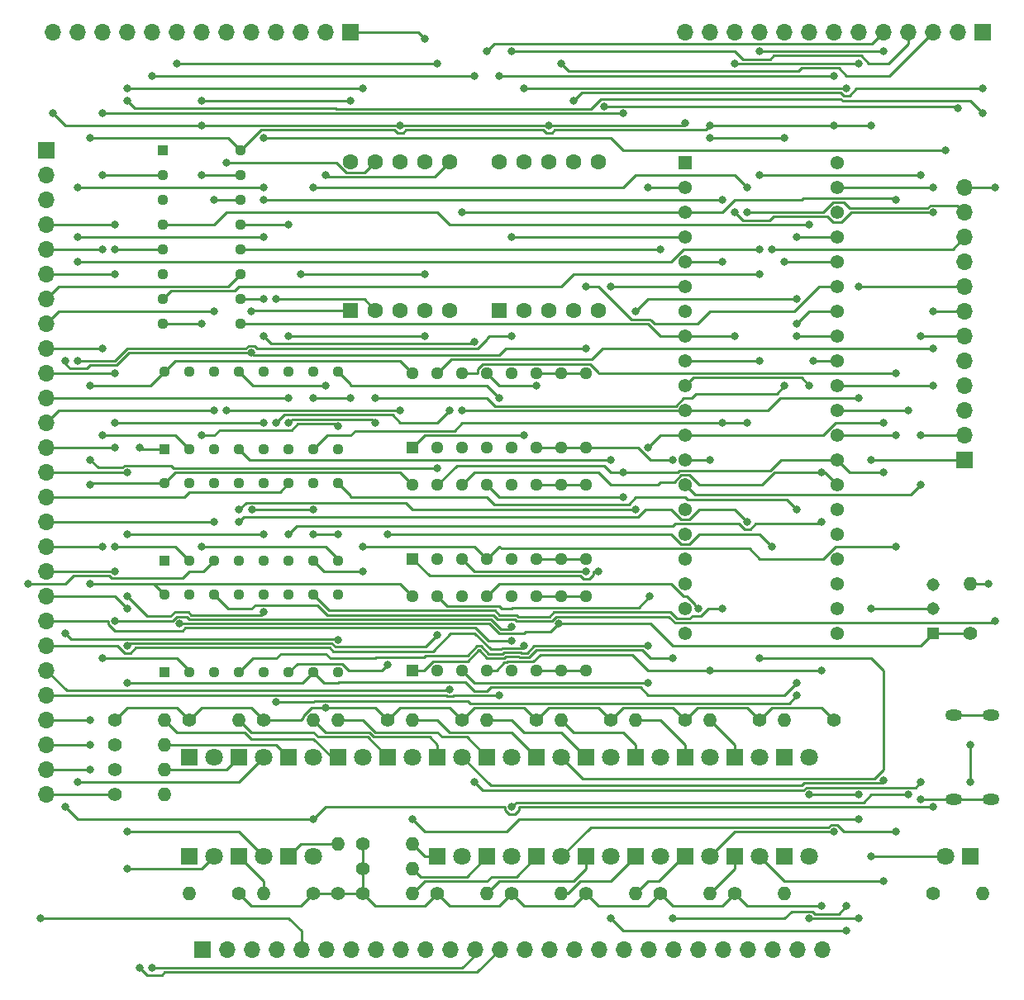
<source format=gbl>
%TF.GenerationSoftware,KiCad,Pcbnew,(6.0.9)*%
%TF.CreationDate,2025-06-18T12:33:42-04:00*%
%TF.ProjectId,Motherboard,4d6f7468-6572-4626-9f61-72642e6b6963,1*%
%TF.SameCoordinates,Original*%
%TF.FileFunction,Copper,L2,Bot*%
%TF.FilePolarity,Positive*%
%FSLAX46Y46*%
G04 Gerber Fmt 4.6, Leading zero omitted, Abs format (unit mm)*
G04 Created by KiCad (PCBNEW (6.0.9)) date 2025-06-18 12:33:42*
%MOMM*%
%LPD*%
G01*
G04 APERTURE LIST*
%TA.AperFunction,ComponentPad*%
%ADD10C,1.400000*%
%TD*%
%TA.AperFunction,ComponentPad*%
%ADD11O,1.400000X1.400000*%
%TD*%
%TA.AperFunction,ComponentPad*%
%ADD12R,1.800000X1.800000*%
%TD*%
%TA.AperFunction,ComponentPad*%
%ADD13C,1.800000*%
%TD*%
%TA.AperFunction,ComponentPad*%
%ADD14R,1.308000X1.308000*%
%TD*%
%TA.AperFunction,ComponentPad*%
%ADD15C,1.308000*%
%TD*%
%TA.AperFunction,ComponentPad*%
%ADD16R,1.295400X1.295400*%
%TD*%
%TA.AperFunction,ComponentPad*%
%ADD17C,1.295400*%
%TD*%
%TA.AperFunction,ComponentPad*%
%ADD18R,1.700000X1.700000*%
%TD*%
%TA.AperFunction,ComponentPad*%
%ADD19O,1.700000X1.700000*%
%TD*%
%TA.AperFunction,ComponentPad*%
%ADD20R,1.378000X1.378000*%
%TD*%
%TA.AperFunction,ComponentPad*%
%ADD21C,1.378000*%
%TD*%
%TA.AperFunction,ComponentPad*%
%ADD22R,1.130000X1.130000*%
%TD*%
%TA.AperFunction,ComponentPad*%
%ADD23C,1.130000*%
%TD*%
%TA.AperFunction,ComponentPad*%
%ADD24R,1.600000X1.600000*%
%TD*%
%TA.AperFunction,ComponentPad*%
%ADD25C,1.600000*%
%TD*%
%TA.AperFunction,ComponentPad*%
%ADD26O,1.750000X1.150000*%
%TD*%
%TA.AperFunction,ViaPad*%
%ADD27C,0.800000*%
%TD*%
%TA.AperFunction,Conductor*%
%ADD28C,0.250000*%
%TD*%
G04 APERTURE END LIST*
D10*
%TO.P,R6,1*%
%TO.N,Gnd*%
X96520000Y-123190000D03*
D11*
%TO.P,R6,2*%
%TO.N,Net-(D5-Pad1)*%
X91440000Y-123190000D03*
%TD*%
D10*
%TO.P,R12,1*%
%TO.N,Gnd*%
X45720000Y-123190000D03*
D11*
%TO.P,R12,2*%
%TO.N,Net-(D11-Pad1)*%
X50800000Y-123190000D03*
%TD*%
D10*
%TO.P,R4,1*%
%TO.N,Gnd*%
X111760000Y-123190000D03*
D11*
%TO.P,R4,2*%
%TO.N,Net-(D3-Pad1)*%
X106680000Y-123190000D03*
%TD*%
D12*
%TO.P,D18,1,K*%
%TO.N,Net-(D18-Pad1)*%
X78740000Y-137160000D03*
D13*
%TO.P,D18,2,A*%
%TO.N,D7*%
X81280000Y-137160000D03*
%TD*%
D12*
%TO.P,D12,1,K*%
%TO.N,Net-(D12-Pad1)*%
X63500000Y-127000000D03*
D13*
%TO.P,D12,2,A*%
%TO.N,A10*%
X66040000Y-127000000D03*
%TD*%
D10*
%TO.P,R5,1*%
%TO.N,Gnd*%
X104140000Y-123190000D03*
D11*
%TO.P,R5,2*%
%TO.N,Net-(D4-Pad1)*%
X99060000Y-123190000D03*
%TD*%
D10*
%TO.P,R19,1*%
%TO.N,Gnd*%
X71120000Y-135890000D03*
D11*
%TO.P,R19,2*%
%TO.N,Net-(D18-Pad1)*%
X76200000Y-135890000D03*
%TD*%
D14*
%TO.P,SW1,1,A*%
%TO.N,Arduino{slash}Debug control*%
X129540000Y-114260000D03*
D15*
%TO.P,SW1,2,B*%
%TO.N,Pwr*%
X129540000Y-111760000D03*
%TO.P,SW1,3,C*%
%TO.N,unconnected-(SW1-Pad3)*%
X129540000Y-109260000D03*
%TD*%
D16*
%TO.P,U1,1,2Y1*%
%TO.N,D1-Debug*%
X76200000Y-118110000D03*
D17*
%TO.P,U1,2,2Y0*%
%TO.N,D1-Arduino*%
X78740000Y-118110000D03*
%TO.P,U1,3,3Y1*%
%TO.N,D2-Debug*%
X81280000Y-118110000D03*
%TO.P,U1,4,3-COM*%
%TO.N,D2*%
X83820000Y-118110000D03*
%TO.P,U1,5,3Y0*%
%TO.N,D2-Arduino*%
X86360000Y-118110000D03*
%TO.P,U1,6,INH*%
%TO.N,Gnd*%
X88900000Y-118110000D03*
%TO.P,U1,7,GND*%
X91440000Y-118110000D03*
%TO.P,U1,8,GND*%
X93980000Y-118110000D03*
%TO.P,U1,9,C*%
%TO.N,Arduino{slash}Debug control*%
X93980000Y-110490000D03*
%TO.P,U1,10,B*%
X91440000Y-110490000D03*
%TO.P,U1,11,A*%
X88900000Y-110490000D03*
%TO.P,U1,12,1Y0*%
%TO.N,D0-Arduino*%
X86360000Y-110490000D03*
%TO.P,U1,13,1Y1*%
%TO.N,D0-Debug*%
X83820000Y-110490000D03*
%TO.P,U1,14,1-COM*%
%TO.N,D0*%
X81280000Y-110490000D03*
%TO.P,U1,15,2-COM*%
%TO.N,D1*%
X78740000Y-110490000D03*
%TO.P,U1,16,VCC*%
%TO.N,Pwr*%
X76200000Y-110490000D03*
%TD*%
D16*
%TO.P,U6,1,2Y1*%
%TO.N,D7-Debug*%
X76200000Y-95250000D03*
D17*
%TO.P,U6,2,2Y0*%
%TO.N,D7-Arduino*%
X78740000Y-95250000D03*
%TO.P,U6,3,3Y1*%
%TO.N,unconnected-(U6-Pad3)*%
X81280000Y-95250000D03*
%TO.P,U6,4,3-COM*%
%TO.N,unconnected-(U6-Pad4)*%
X83820000Y-95250000D03*
%TO.P,U6,5,3Y0*%
%TO.N,unconnected-(U6-Pad5)*%
X86360000Y-95250000D03*
%TO.P,U6,6,INH*%
%TO.N,Gnd*%
X88900000Y-95250000D03*
%TO.P,U6,7,GND*%
X91440000Y-95250000D03*
%TO.P,U6,8,GND*%
X93980000Y-95250000D03*
%TO.P,U6,9,C*%
%TO.N,Arduino{slash}Debug control*%
X93980000Y-87630000D03*
%TO.P,U6,10,B*%
X91440000Y-87630000D03*
%TO.P,U6,11,A*%
X88900000Y-87630000D03*
%TO.P,U6,12,1Y0*%
%TO.N,D6-Arduino*%
X86360000Y-87630000D03*
%TO.P,U6,13,1Y1*%
%TO.N,D6-Debug*%
X83820000Y-87630000D03*
%TO.P,U6,14,1-COM*%
%TO.N,D6*%
X81280000Y-87630000D03*
%TO.P,U6,15,2-COM*%
%TO.N,D7*%
X78740000Y-87630000D03*
%TO.P,U6,16,VCC*%
%TO.N,Pwr*%
X76200000Y-87630000D03*
%TD*%
D10*
%TO.P,R9,1*%
%TO.N,Gnd*%
X73660000Y-123190000D03*
D11*
%TO.P,R9,2*%
%TO.N,Net-(D8-Pad1)*%
X68580000Y-123190000D03*
%TD*%
D12*
%TO.P,D15,1,K*%
%TO.N,Net-(D15-Pad1)*%
X58420000Y-137160000D03*
D13*
%TO.P,D15,2,A*%
%TO.N,OE'*%
X60960000Y-137160000D03*
%TD*%
D10*
%TO.P,R14,1*%
%TO.N,Gnd*%
X68580000Y-140970000D03*
D11*
%TO.P,R14,2*%
%TO.N,Net-(D13-Pad1)*%
X68580000Y-135890000D03*
%TD*%
D10*
%TO.P,R23,1*%
%TO.N,Gnd*%
X86360000Y-140970000D03*
D11*
%TO.P,R23,2*%
%TO.N,Net-(D22-Pad1)*%
X91440000Y-140970000D03*
%TD*%
D10*
%TO.P,R26,1*%
%TO.N,Gnd*%
X109220000Y-140970000D03*
D11*
%TO.P,R26,2*%
%TO.N,Net-(D25-Pad1)*%
X114300000Y-140970000D03*
%TD*%
D16*
%TO.P,U4,1,2Y1*%
%TO.N,D4-Debug*%
X76200000Y-106680000D03*
D17*
%TO.P,U4,2,2Y0*%
%TO.N,D4-Arduino*%
X78740000Y-106680000D03*
%TO.P,U4,3,3Y1*%
%TO.N,D5-Debug*%
X81280000Y-106680000D03*
%TO.P,U4,4,3-COM*%
%TO.N,D5*%
X83820000Y-106680000D03*
%TO.P,U4,5,3Y0*%
%TO.N,D5-Arduino*%
X86360000Y-106680000D03*
%TO.P,U4,6,INH*%
%TO.N,Gnd*%
X88900000Y-106680000D03*
%TO.P,U4,7,GND*%
X91440000Y-106680000D03*
%TO.P,U4,8,GND*%
X93980000Y-106680000D03*
%TO.P,U4,9,C*%
%TO.N,Arduino{slash}Debug control*%
X93980000Y-99060000D03*
%TO.P,U4,10,B*%
X91440000Y-99060000D03*
%TO.P,U4,11,A*%
X88900000Y-99060000D03*
%TO.P,U4,12,1Y0*%
%TO.N,D3-Arduino*%
X86360000Y-99060000D03*
%TO.P,U4,13,1Y1*%
%TO.N,D3-Debug*%
X83820000Y-99060000D03*
%TO.P,U4,14,1-COM*%
%TO.N,D3*%
X81280000Y-99060000D03*
%TO.P,U4,15,2-COM*%
%TO.N,D4*%
X78740000Y-99060000D03*
%TO.P,U4,16,VCC*%
%TO.N,Pwr*%
X76200000Y-99060000D03*
%TD*%
D10*
%TO.P,R22,1*%
%TO.N,Gnd*%
X78740000Y-140970000D03*
D11*
%TO.P,R22,2*%
%TO.N,Net-(D21-Pad1)*%
X83820000Y-140970000D03*
%TD*%
D10*
%TO.P,R16,1*%
%TO.N,Gnd*%
X66040000Y-140970000D03*
D11*
%TO.P,R16,2*%
%TO.N,Net-(D15-Pad1)*%
X60960000Y-140970000D03*
%TD*%
D18*
%TO.P,J4,1,Pin_1*%
%TO.N,A12-Debug*%
X54635000Y-146730000D03*
D19*
%TO.P,J4,2,Pin_2*%
%TO.N,A11-Debug*%
X57175000Y-146730000D03*
%TO.P,J4,3,Pin_3*%
%TO.N,A10-Debug*%
X59715000Y-146730000D03*
%TO.P,J4,4,Pin_4*%
%TO.N,A9-Debug*%
X62255000Y-146730000D03*
%TO.P,J4,5,Pin_5*%
%TO.N,A8-Debug*%
X64795000Y-146730000D03*
%TO.P,J4,6,Pin_6*%
%TO.N,A7-Debug*%
X67335000Y-146730000D03*
%TO.P,J4,7,Pin_7*%
%TO.N,A6-Debug*%
X69875000Y-146730000D03*
%TO.P,J4,8,Pin_8*%
%TO.N,A5-Debug*%
X72415000Y-146730000D03*
%TO.P,J4,9,Pin_9*%
%TO.N,A4-Debug*%
X74955000Y-146730000D03*
%TO.P,J4,10,Pin_10*%
%TO.N,A3-Debug*%
X77495000Y-146730000D03*
%TO.P,J4,11,Pin_11*%
%TO.N,A2-Debug*%
X80035000Y-146730000D03*
%TO.P,J4,12,Pin_12*%
%TO.N,A1-Debug*%
X82575000Y-146730000D03*
%TO.P,J4,13,Pin_13*%
%TO.N,A0-Debug*%
X85115000Y-146730000D03*
%TO.P,J4,14,Pin_14*%
%TO.N,D7-Debug*%
X87655000Y-146730000D03*
%TO.P,J4,15,Pin_15*%
%TO.N,D6-Debug*%
X90195000Y-146730000D03*
%TO.P,J4,16,Pin_16*%
%TO.N,D5-Debug*%
X92735000Y-146730000D03*
%TO.P,J4,17,Pin_17*%
%TO.N,D4-Debug*%
X95275000Y-146730000D03*
%TO.P,J4,18,Pin_18*%
%TO.N,D3-Debug*%
X97815000Y-146730000D03*
%TO.P,J4,19,Pin_19*%
%TO.N,D2-Debug*%
X100355000Y-146730000D03*
%TO.P,J4,20,Pin_20*%
%TO.N,D1-Debug*%
X102895000Y-146730000D03*
%TO.P,J4,21,Pin_21*%
%TO.N,D0-Debug*%
X105435000Y-146730000D03*
%TO.P,J4,22,Pin_22*%
%TO.N,WE'-Debug*%
X107975000Y-146730000D03*
%TO.P,J4,23,Pin_23*%
%TO.N,CE'-Debug*%
X110515000Y-146730000D03*
%TO.P,J4,24,Pin_24*%
%TO.N,OE'-Debug*%
X113055000Y-146730000D03*
%TO.P,J4,25,Pin_25*%
%TO.N,Pwr*%
X115595000Y-146730000D03*
%TO.P,J4,26,Pin_26*%
%TO.N,Gnd*%
X118135000Y-146730000D03*
%TD*%
D12*
%TO.P,D1,1,K*%
%TO.N,Net-(D1-Pad1)*%
X133350000Y-137160000D03*
D13*
%TO.P,D1,2,A*%
%TO.N,Pwr*%
X130810000Y-137160000D03*
%TD*%
D12*
%TO.P,D10,1,K*%
%TO.N,Net-(D10-Pad1)*%
X73660000Y-127000000D03*
D13*
%TO.P,D10,2,A*%
%TO.N,A8*%
X76200000Y-127000000D03*
%TD*%
D12*
%TO.P,D8,1,K*%
%TO.N,Net-(D8-Pad1)*%
X83820000Y-127000000D03*
D13*
%TO.P,D8,2,A*%
%TO.N,A6*%
X86360000Y-127000000D03*
%TD*%
D12*
%TO.P,D24,1,K*%
%TO.N,Net-(D24-Pad1)*%
X109220000Y-137160000D03*
D13*
%TO.P,D24,2,A*%
%TO.N,D1*%
X111760000Y-137160000D03*
%TD*%
D18*
%TO.P,J1,1,Pin_1*%
%TO.N,Addr_RX*%
X38690000Y-64740000D03*
D19*
%TO.P,J1,2,Pin_2*%
%TO.N,Data_RX*%
X38690000Y-67280000D03*
%TO.P,J1,3,Pin_3*%
%TO.N,Clk*%
X38690000Y-69820000D03*
%TO.P,J1,4,Pin_4*%
%TO.N,Load*%
X38690000Y-72360000D03*
%TO.P,J1,5,Pin_5*%
%TO.N,A0-Arduino*%
X38690000Y-74900000D03*
%TO.P,J1,6,Pin_6*%
%TO.N,A1-Arduino*%
X38690000Y-77440000D03*
%TO.P,J1,7,Pin_7*%
%TO.N,A2-Arduino*%
X38690000Y-79980000D03*
%TO.P,J1,8,Pin_8*%
%TO.N,A3-Arduino*%
X38690000Y-82520000D03*
%TO.P,J1,9,Pin_9*%
%TO.N,A4-Arduino*%
X38690000Y-85060000D03*
%TO.P,J1,10,Pin_10*%
%TO.N,A5-Arduino*%
X38690000Y-87600000D03*
%TO.P,J1,11,Pin_11*%
%TO.N,A6-Arduino*%
X38690000Y-90140000D03*
%TO.P,J1,12,Pin_12*%
%TO.N,A7-Arduino*%
X38690000Y-92680000D03*
%TO.P,J1,13,Pin_13*%
%TO.N,A8-Arduino*%
X38690000Y-95220000D03*
%TO.P,J1,14,Pin_14*%
%TO.N,A9-Arduino*%
X38690000Y-97760000D03*
%TO.P,J1,15,Pin_15*%
%TO.N,A10-Arduino*%
X38690000Y-100300000D03*
%TO.P,J1,16,Pin_16*%
%TO.N,A11-Arduino*%
X38690000Y-102840000D03*
%TO.P,J1,17,Pin_17*%
%TO.N,A12-Arduino*%
X38690000Y-105380000D03*
%TO.P,J1,18,Pin_18*%
%TO.N,D0-Arduino*%
X38690000Y-107920000D03*
%TO.P,J1,19,Pin_19*%
%TO.N,D1-Arduino*%
X38690000Y-110460000D03*
%TO.P,J1,20,Pin_20*%
%TO.N,D2-Arduino*%
X38690000Y-113000000D03*
%TO.P,J1,21,Pin_21*%
%TO.N,D3-Arduino*%
X38690000Y-115540000D03*
%TO.P,J1,22,Pin_22*%
%TO.N,D4-Arduino*%
X38690000Y-118080000D03*
%TO.P,J1,23,Pin_23*%
%TO.N,D5-Arduino*%
X38690000Y-120620000D03*
%TO.P,J1,24,Pin_24*%
%TO.N,D6-Arduino*%
X38690000Y-123160000D03*
%TO.P,J1,25,Pin_25*%
%TO.N,D7-Arduino*%
X38690000Y-125700000D03*
%TO.P,J1,26,Pin_26*%
%TO.N,Pwr*%
X38690000Y-128240000D03*
%TO.P,J1,27,Pin_27*%
%TO.N,Gnd*%
X38690000Y-130780000D03*
%TD*%
D20*
%TO.P,U3,1*%
%TO.N,N/C*%
X104151250Y-66040000D03*
D21*
%TO.P,U3,2,A12*%
%TO.N,A12*%
X104151250Y-68580000D03*
%TO.P,U3,3,A7*%
%TO.N,A7*%
X104143750Y-71120000D03*
%TO.P,U3,4,A6*%
%TO.N,A6*%
X104143750Y-73660000D03*
%TO.P,U3,5,A5*%
%TO.N,A5*%
X104143750Y-76200000D03*
%TO.P,U3,6,A4*%
%TO.N,A4*%
X104143750Y-78740000D03*
%TO.P,U3,7,A3*%
%TO.N,A3*%
X104143750Y-81280000D03*
%TO.P,U3,8,A2*%
%TO.N,A2*%
X104143750Y-83820000D03*
%TO.P,U3,9,A1*%
%TO.N,A1*%
X104143750Y-86360000D03*
%TO.P,U3,10,A0*%
%TO.N,A0*%
X104143750Y-88900000D03*
%TO.P,U3,11,I/O0*%
%TO.N,D0*%
X104143750Y-91440000D03*
%TO.P,U3,12,I/O1*%
%TO.N,D1*%
X104143750Y-93980000D03*
%TO.P,U3,13,I/O2*%
%TO.N,D2*%
X104143750Y-96520000D03*
%TO.P,U3,14,GND*%
%TO.N,Gnd*%
X104151250Y-99060000D03*
%TO.P,U3,15,I/O3*%
%TO.N,D3*%
X119701250Y-99060000D03*
%TO.P,U3,16,I/O4*%
%TO.N,D4*%
X119701250Y-96520000D03*
%TO.P,U3,17,I/O5*%
%TO.N,D5*%
X119701250Y-93980000D03*
%TO.P,U3,18,I/O6*%
%TO.N,D6*%
X119701250Y-91440000D03*
%TO.P,U3,19,I/O7*%
%TO.N,D7*%
X119701250Y-88900000D03*
%TO.P,U3,20,~{CE}*%
%TO.N,CE'*%
X119701250Y-86360000D03*
%TO.P,U3,21,A10*%
%TO.N,A10*%
X119701250Y-83820000D03*
%TO.P,U3,22,~{OE}*%
%TO.N,OE'*%
X119701250Y-81280000D03*
%TO.P,U3,23,A11*%
%TO.N,A11*%
X119701250Y-78740000D03*
%TO.P,U3,24,A9*%
%TO.N,A9*%
X119701250Y-76200000D03*
%TO.P,U3,25,A8*%
%TO.N,A8*%
X119701250Y-73660000D03*
%TO.P,U3,26*%
%TO.N,N/C*%
X119701250Y-71120000D03*
%TO.P,U3,27,~{WE}*%
%TO.N,WE'*%
X119701250Y-68580000D03*
%TO.P,U3,28,VCC*%
%TO.N,Pwr*%
X119701250Y-66040000D03*
%TO.P,U3,29*%
%TO.N,N/C*%
X104151250Y-101600000D03*
%TO.P,U3,30*%
X104151250Y-104140000D03*
%TO.P,U3,31*%
X104151250Y-106680000D03*
%TO.P,U3,32*%
X104151250Y-109220000D03*
%TO.P,U3,33*%
X104151250Y-111760000D03*
%TO.P,U3,34*%
X104151250Y-114300000D03*
%TO.P,U3,35*%
X119701250Y-114300000D03*
%TO.P,U3,36*%
X119701250Y-111760000D03*
%TO.P,U3,37*%
X119701250Y-109220000D03*
%TO.P,U3,38*%
X119701250Y-106680000D03*
%TO.P,U3,39*%
X119701250Y-104140000D03*
%TO.P,U3,40*%
X119701250Y-101600000D03*
%TD*%
D12*
%TO.P,D25,1,K*%
%TO.N,Net-(D25-Pad1)*%
X114300000Y-137160000D03*
D13*
%TO.P,D25,2,A*%
%TO.N,D0*%
X116840000Y-137160000D03*
%TD*%
D10*
%TO.P,R1,1*%
%TO.N,Gnd*%
X129540000Y-140970000D03*
D11*
%TO.P,R1,2*%
%TO.N,Net-(D1-Pad1)*%
X134620000Y-140970000D03*
%TD*%
D10*
%TO.P,R21,1*%
%TO.N,Gnd*%
X71120000Y-140970000D03*
D11*
%TO.P,R21,2*%
%TO.N,Net-(D20-Pad1)*%
X76200000Y-140970000D03*
%TD*%
D18*
%TO.P,J3,1,Pin_1*%
%TO.N,A-segment-LSB*%
X134605000Y-52660000D03*
D19*
%TO.P,J3,2,Pin_2*%
%TO.N,B-segment-LSB*%
X132065000Y-52660000D03*
%TO.P,J3,3,Pin_3*%
%TO.N,C-segment-LSB*%
X129525000Y-52660000D03*
%TO.P,J3,4,Pin_4*%
%TO.N,D-segment-LSB*%
X126985000Y-52660000D03*
%TO.P,J3,5,Pin_5*%
%TO.N,E-segment-LSB*%
X124445000Y-52660000D03*
%TO.P,J3,6,Pin_6*%
%TO.N,F-segment-LSB*%
X121905000Y-52660000D03*
%TO.P,J3,7,Pin_7*%
%TO.N,G-segment-LSB*%
X119365000Y-52660000D03*
%TO.P,J3,8,Pin_8*%
%TO.N,D3*%
X116825000Y-52660000D03*
%TO.P,J3,9,Pin_9*%
%TO.N,D2*%
X114285000Y-52660000D03*
%TO.P,J3,10,Pin_10*%
%TO.N,D1*%
X111745000Y-52660000D03*
%TO.P,J3,11,Pin_11*%
%TO.N,D0*%
X109205000Y-52660000D03*
%TO.P,J3,12,Pin_12*%
%TO.N,Pwr*%
X106665000Y-52660000D03*
%TO.P,J3,13,Pin_13*%
%TO.N,Gnd*%
X104125000Y-52660000D03*
%TD*%
D12*
%TO.P,D3,1,K*%
%TO.N,Net-(D3-Pad1)*%
X109220000Y-127000000D03*
D13*
%TO.P,D3,2,A*%
%TO.N,A1*%
X111760000Y-127000000D03*
%TD*%
D12*
%TO.P,D16,1,K*%
%TO.N,Net-(D16-Pad1)*%
X53340000Y-127000000D03*
D13*
%TO.P,D16,2,A*%
%TO.N,A12*%
X55880000Y-127000000D03*
%TD*%
D12*
%TO.P,D2,1,K*%
%TO.N,Net-(D2-Pad1)*%
X114300000Y-127000000D03*
D13*
%TO.P,D2,2,A*%
%TO.N,A0*%
X116840000Y-127000000D03*
%TD*%
D10*
%TO.P,R15,1*%
%TO.N,Gnd*%
X45720000Y-128270000D03*
D11*
%TO.P,R15,2*%
%TO.N,Net-(D14-Pad1)*%
X50800000Y-128270000D03*
%TD*%
D10*
%TO.P,R17,1*%
%TO.N,Gnd*%
X45720000Y-130810000D03*
D11*
%TO.P,R17,2*%
%TO.N,Net-(D16-Pad1)*%
X50800000Y-130810000D03*
%TD*%
D22*
%TO.P,U8,1,~{A}/B*%
%TO.N,Arduino{slash}Debug control*%
X50800000Y-118270000D03*
D23*
%TO.P,U8,2,1A*%
%TO.N,A12-Arduino*%
X53340000Y-118270000D03*
%TO.P,U8,3,1B*%
%TO.N,A12-Debug*%
X55880000Y-118270000D03*
%TO.P,U8,4,1Y*%
%TO.N,A12*%
X58420000Y-118270000D03*
%TO.P,U8,5,2A*%
%TO.N,OE'-Arduino*%
X60960000Y-118270000D03*
%TO.P,U8,6,2B*%
%TO.N,OE'-Debug*%
X63500000Y-118270000D03*
%TO.P,U8,7,2Y*%
%TO.N,OE'*%
X66040000Y-118270000D03*
%TO.P,U8,8,GND*%
%TO.N,Gnd*%
X68580000Y-118270000D03*
%TO.P,U8,9,3Y*%
%TO.N,WE'*%
X68580000Y-110330000D03*
%TO.P,U8,10,3B*%
%TO.N,WE'-Debug*%
X66040000Y-110330000D03*
%TO.P,U8,11,3A*%
%TO.N,WE'-Arduino*%
X63500000Y-110330000D03*
%TO.P,U8,12,4Y*%
%TO.N,CE'*%
X60960000Y-110330000D03*
%TO.P,U8,13,4B*%
%TO.N,CE'-Debug*%
X58420000Y-110330000D03*
%TO.P,U8,14,4A*%
%TO.N,CE'-Arduino*%
X55880000Y-110330000D03*
%TO.P,U8,15,~{OE}*%
%TO.N,Gnd*%
X53340000Y-110330000D03*
%TO.P,U8,16,VCC*%
%TO.N,Pwr*%
X50800000Y-110330000D03*
%TD*%
D12*
%TO.P,D14,1,K*%
%TO.N,Net-(D14-Pad1)*%
X58420000Y-127000000D03*
D13*
%TO.P,D14,2,A*%
%TO.N,A11*%
X60960000Y-127000000D03*
%TD*%
D10*
%TO.P,R25,1*%
%TO.N,Gnd*%
X101600000Y-140970000D03*
D11*
%TO.P,R25,2*%
%TO.N,Net-(D24-Pad1)*%
X106680000Y-140970000D03*
%TD*%
D12*
%TO.P,D21,1,K*%
%TO.N,Net-(D21-Pad1)*%
X93980000Y-137160000D03*
D13*
%TO.P,D21,2,A*%
%TO.N,D4*%
X96520000Y-137160000D03*
%TD*%
D10*
%TO.P,R24,1*%
%TO.N,Gnd*%
X93980000Y-140970000D03*
D11*
%TO.P,R24,2*%
%TO.N,Net-(D23-Pad1)*%
X99060000Y-140970000D03*
%TD*%
D12*
%TO.P,D20,1,K*%
%TO.N,Net-(D20-Pad1)*%
X88900000Y-137160000D03*
D13*
%TO.P,D20,2,A*%
%TO.N,D5*%
X91440000Y-137160000D03*
%TD*%
D22*
%TO.P,U2,1,~{A}/B*%
%TO.N,Arduino{slash}Debug control*%
X50640000Y-64770000D03*
D23*
%TO.P,U2,2,1A*%
%TO.N,A0-Arduino*%
X50640000Y-67310000D03*
%TO.P,U2,3,1B*%
%TO.N,A0-Debug*%
X50640000Y-69850000D03*
%TO.P,U2,4,1Y*%
%TO.N,A0*%
X50640000Y-72390000D03*
%TO.P,U2,5,2A*%
%TO.N,A1-Arduino*%
X50640000Y-74930000D03*
%TO.P,U2,6,2B*%
%TO.N,A1-Debug*%
X50640000Y-77470000D03*
%TO.P,U2,7,2Y*%
%TO.N,A1*%
X50640000Y-80010000D03*
%TO.P,U2,8,GND*%
%TO.N,Gnd*%
X50640000Y-82550000D03*
%TO.P,U2,9,3Y*%
%TO.N,A2*%
X58580000Y-82550000D03*
%TO.P,U2,10,3B*%
%TO.N,A2-Debug*%
X58580000Y-80010000D03*
%TO.P,U2,11,3A*%
%TO.N,A2-Arduino*%
X58580000Y-77470000D03*
%TO.P,U2,12,4Y*%
%TO.N,A3*%
X58580000Y-74930000D03*
%TO.P,U2,13,4B*%
%TO.N,A3-Debug*%
X58580000Y-72390000D03*
%TO.P,U2,14,4A*%
%TO.N,A3-Arduino*%
X58580000Y-69850000D03*
%TO.P,U2,15,~{OE}*%
%TO.N,Gnd*%
X58580000Y-67310000D03*
%TO.P,U2,16,VCC*%
%TO.N,Pwr*%
X58580000Y-64770000D03*
%TD*%
D12*
%TO.P,D22,1,K*%
%TO.N,Net-(D22-Pad1)*%
X99060000Y-137160000D03*
D13*
%TO.P,D22,2,A*%
%TO.N,D3*%
X101600000Y-137160000D03*
%TD*%
D12*
%TO.P,D11,1,K*%
%TO.N,Net-(D11-Pad1)*%
X68580000Y-127000000D03*
D13*
%TO.P,D11,2,A*%
%TO.N,A9*%
X71120000Y-127000000D03*
%TD*%
D12*
%TO.P,D6,1,K*%
%TO.N,Net-(D6-Pad1)*%
X93980000Y-127000000D03*
D13*
%TO.P,D6,2,A*%
%TO.N,A4*%
X96520000Y-127000000D03*
%TD*%
D24*
%TO.P,U7,1,E*%
%TO.N,E-segment-MSB*%
X69850000Y-81157500D03*
D25*
%TO.P,U7,2,D*%
%TO.N,D-segment-MSB*%
X72390000Y-81157500D03*
%TO.P,U7,3,CC*%
%TO.N,Gnd*%
X74930000Y-81157500D03*
%TO.P,U7,4,C*%
%TO.N,C-segment-MSB*%
X77470000Y-81157500D03*
%TO.P,U7,5,DP*%
%TO.N,unconnected-(U7-Pad5)*%
X80010000Y-81157500D03*
%TO.P,U7,6,B*%
%TO.N,B-segment-MSB*%
X80010000Y-65917500D03*
%TO.P,U7,7,A*%
%TO.N,A-segment-MSB*%
X77470000Y-65917500D03*
%TO.P,U7,8,CC*%
%TO.N,Gnd*%
X74930000Y-65917500D03*
%TO.P,U7,9,F*%
%TO.N,F-segment-MSB*%
X72390000Y-65917500D03*
%TO.P,U7,10,G*%
%TO.N,G-segment-MSB*%
X69850000Y-65917500D03*
%TD*%
D10*
%TO.P,R8,1*%
%TO.N,Gnd*%
X81280000Y-123190000D03*
D11*
%TO.P,R8,2*%
%TO.N,Net-(D7-Pad1)*%
X76200000Y-123190000D03*
%TD*%
D10*
%TO.P,R7,1*%
%TO.N,Gnd*%
X88900000Y-123190000D03*
D11*
%TO.P,R7,2*%
%TO.N,Net-(D6-Pad1)*%
X83820000Y-123190000D03*
%TD*%
D24*
%TO.P,U10,1,E*%
%TO.N,E-segment-LSB*%
X85090000Y-81157500D03*
D25*
%TO.P,U10,2,D*%
%TO.N,D-segment-LSB*%
X87630000Y-81157500D03*
%TO.P,U10,3,CC*%
%TO.N,Gnd*%
X90170000Y-81157500D03*
%TO.P,U10,4,C*%
%TO.N,C-segment-LSB*%
X92710000Y-81157500D03*
%TO.P,U10,5,DP*%
%TO.N,unconnected-(U10-Pad5)*%
X95250000Y-81157500D03*
%TO.P,U10,6,B*%
%TO.N,B-segment-LSB*%
X95250000Y-65917500D03*
%TO.P,U10,7,A*%
%TO.N,A-segment-LSB*%
X92710000Y-65917500D03*
%TO.P,U10,8,CC*%
%TO.N,Gnd*%
X90170000Y-65917500D03*
%TO.P,U10,9,F*%
%TO.N,F-segment-LSB*%
X87630000Y-65917500D03*
%TO.P,U10,10,G*%
%TO.N,G-segment-LSB*%
X85090000Y-65917500D03*
%TD*%
D12*
%TO.P,D7,1,K*%
%TO.N,Net-(D7-Pad1)*%
X88900000Y-127000000D03*
D13*
%TO.P,D7,2,A*%
%TO.N,A5*%
X91440000Y-127000000D03*
%TD*%
D12*
%TO.P,D4,1,K*%
%TO.N,Net-(D4-Pad1)*%
X104140000Y-127000000D03*
D13*
%TO.P,D4,2,A*%
%TO.N,A2*%
X106680000Y-127000000D03*
%TD*%
D10*
%TO.P,R11,1*%
%TO.N,Gnd*%
X53340000Y-123190000D03*
D11*
%TO.P,R11,2*%
%TO.N,Net-(D10-Pad1)*%
X58420000Y-123190000D03*
%TD*%
D22*
%TO.P,U5,1,~{A}/B*%
%TO.N,Arduino{slash}Debug control*%
X50800000Y-95410000D03*
D23*
%TO.P,U5,2,1A*%
%TO.N,A4-Arduino*%
X53340000Y-95410000D03*
%TO.P,U5,3,1B*%
%TO.N,A4-Debug*%
X55880000Y-95410000D03*
%TO.P,U5,4,1Y*%
%TO.N,A4*%
X58420000Y-95410000D03*
%TO.P,U5,5,2A*%
%TO.N,A5-Arduino*%
X60960000Y-95410000D03*
%TO.P,U5,6,2B*%
%TO.N,A5-Debug*%
X63500000Y-95410000D03*
%TO.P,U5,7,2Y*%
%TO.N,A5*%
X66040000Y-95410000D03*
%TO.P,U5,8,GND*%
%TO.N,Gnd*%
X68580000Y-95410000D03*
%TO.P,U5,9,3Y*%
%TO.N,A6*%
X68580000Y-87470000D03*
%TO.P,U5,10,3B*%
%TO.N,A6-Debug*%
X66040000Y-87470000D03*
%TO.P,U5,11,3A*%
%TO.N,A6-Arduino*%
X63500000Y-87470000D03*
%TO.P,U5,12,4Y*%
%TO.N,A7*%
X60960000Y-87470000D03*
%TO.P,U5,13,4B*%
%TO.N,A7-Debug*%
X58420000Y-87470000D03*
%TO.P,U5,14,4A*%
%TO.N,A7-Arduino*%
X55880000Y-87470000D03*
%TO.P,U5,15,~{OE}*%
%TO.N,Gnd*%
X53340000Y-87470000D03*
%TO.P,U5,16,VCC*%
%TO.N,Pwr*%
X50800000Y-87470000D03*
%TD*%
D12*
%TO.P,D23,1,K*%
%TO.N,Net-(D23-Pad1)*%
X104140000Y-137160000D03*
D13*
%TO.P,D23,2,A*%
%TO.N,D2*%
X106680000Y-137160000D03*
%TD*%
D10*
%TO.P,R18,1*%
%TO.N,Gnd*%
X58420000Y-140970000D03*
D11*
%TO.P,R18,2*%
%TO.N,Net-(D17-Pad1)*%
X53340000Y-140970000D03*
%TD*%
D18*
%TO.P,J5,1,Pin_1*%
%TO.N,Pwr*%
X132760000Y-96550000D03*
D19*
%TO.P,J5,2,Pin_2*%
%TO.N,Gnd*%
X132760000Y-94010000D03*
%TO.P,J5,3,Pin_3*%
%TO.N,Data_RX_USB*%
X132760000Y-91470000D03*
%TO.P,J5,4,Pin_4*%
%TO.N,Data_TX_USB*%
X132760000Y-88930000D03*
%TO.P,J5,5,Pin_5*%
%TO.N,Load*%
X132760000Y-86390000D03*
%TO.P,J5,6,Pin_6*%
%TO.N,Clk*%
X132760000Y-83850000D03*
%TO.P,J5,7,Pin_7*%
%TO.N,Data_RX*%
X132760000Y-81310000D03*
%TO.P,J5,8,Pin_8*%
%TO.N,D0*%
X132760000Y-78770000D03*
%TO.P,J5,9,Pin_9*%
%TO.N,Addr_RX*%
X132760000Y-76230000D03*
%TO.P,J5,10,Pin_10*%
%TO.N,OE'-Arduino*%
X132760000Y-73690000D03*
%TO.P,J5,11,Pin_11*%
%TO.N,WE'-Arduino*%
X132760000Y-71150000D03*
%TO.P,J5,12,Pin_12*%
%TO.N,CE'-Arduino*%
X132760000Y-68610000D03*
%TD*%
D26*
%TO.P,J6,SH1,SHIELD*%
%TO.N,Gnd*%
X131670000Y-131320000D03*
%TO.P,J6,SH2,SHIELD__1*%
X131670000Y-122680000D03*
%TO.P,J6,SH3,SHIELD__2*%
X135470000Y-131320000D03*
%TO.P,J6,SH4,SHIELD__3*%
X135470000Y-122680000D03*
%TD*%
D10*
%TO.P,R20,1*%
%TO.N,Gnd*%
X71120000Y-138430000D03*
D11*
%TO.P,R20,2*%
%TO.N,Net-(D19-Pad1)*%
X76200000Y-138430000D03*
%TD*%
D12*
%TO.P,D17,1,K*%
%TO.N,Net-(D17-Pad1)*%
X53340000Y-137160000D03*
D13*
%TO.P,D17,2,A*%
%TO.N,CE'*%
X55880000Y-137160000D03*
%TD*%
D10*
%TO.P,R10,1*%
%TO.N,Gnd*%
X60960000Y-123190000D03*
D11*
%TO.P,R10,2*%
%TO.N,Net-(D9-Pad1)*%
X66040000Y-123190000D03*
%TD*%
D18*
%TO.P,J2,1,Pin_1*%
%TO.N,A-segment-MSB*%
X69835000Y-52660000D03*
D19*
%TO.P,J2,2,Pin_2*%
%TO.N,B-segment-MSB*%
X67295000Y-52660000D03*
%TO.P,J2,3,Pin_3*%
%TO.N,C-segment-MSB*%
X64755000Y-52660000D03*
%TO.P,J2,4,Pin_4*%
%TO.N,D-segment-MSB*%
X62215000Y-52660000D03*
%TO.P,J2,5,Pin_5*%
%TO.N,E-segment-MSB*%
X59675000Y-52660000D03*
%TO.P,J2,6,Pin_6*%
%TO.N,F-segment-MSB*%
X57135000Y-52660000D03*
%TO.P,J2,7,Pin_7*%
%TO.N,G-segment-MSB*%
X54595000Y-52660000D03*
%TO.P,J2,8,Pin_8*%
%TO.N,D7*%
X52055000Y-52660000D03*
%TO.P,J2,9,Pin_9*%
%TO.N,D6*%
X49515000Y-52660000D03*
%TO.P,J2,10,Pin_10*%
%TO.N,D5*%
X46975000Y-52660000D03*
%TO.P,J2,11,Pin_11*%
%TO.N,D4*%
X44435000Y-52660000D03*
%TO.P,J2,12,Pin_12*%
%TO.N,Pwr*%
X41895000Y-52660000D03*
%TO.P,J2,13,Pin_13*%
%TO.N,Gnd*%
X39355000Y-52660000D03*
%TD*%
D10*
%TO.P,R3,1*%
%TO.N,Gnd*%
X119380000Y-123190000D03*
D11*
%TO.P,R3,2*%
%TO.N,Net-(D2-Pad1)*%
X114300000Y-123190000D03*
%TD*%
D12*
%TO.P,D19,1,K*%
%TO.N,Net-(D19-Pad1)*%
X83820000Y-137160000D03*
D13*
%TO.P,D19,2,A*%
%TO.N,D6*%
X86360000Y-137160000D03*
%TD*%
D10*
%TO.P,R2,1*%
%TO.N,Arduino{slash}Debug control*%
X133350000Y-114300000D03*
D11*
%TO.P,R2,2*%
%TO.N,Gnd*%
X133350000Y-109220000D03*
%TD*%
D10*
%TO.P,R13,1*%
%TO.N,Gnd*%
X45720000Y-125730000D03*
D11*
%TO.P,R13,2*%
%TO.N,Net-(D12-Pad1)*%
X50800000Y-125730000D03*
%TD*%
D12*
%TO.P,D13,1,K*%
%TO.N,Net-(D13-Pad1)*%
X63500000Y-137160000D03*
D13*
%TO.P,D13,2,A*%
%TO.N,WE'*%
X66040000Y-137160000D03*
%TD*%
D12*
%TO.P,D9,1,K*%
%TO.N,Net-(D9-Pad1)*%
X78740000Y-127000000D03*
D13*
%TO.P,D9,2,A*%
%TO.N,A7*%
X81280000Y-127000000D03*
%TD*%
D22*
%TO.P,U9,1,~{A}/B*%
%TO.N,Arduino{slash}Debug control*%
X50800000Y-106840000D03*
D23*
%TO.P,U9,2,1A*%
%TO.N,A8-Arduino*%
X53340000Y-106840000D03*
%TO.P,U9,3,1B*%
%TO.N,A8-Debug*%
X55880000Y-106840000D03*
%TO.P,U9,4,1Y*%
%TO.N,A8*%
X58420000Y-106840000D03*
%TO.P,U9,5,2A*%
%TO.N,A9-Arduino*%
X60960000Y-106840000D03*
%TO.P,U9,6,2B*%
%TO.N,A9-Debug*%
X63500000Y-106840000D03*
%TO.P,U9,7,2Y*%
%TO.N,A9*%
X66040000Y-106840000D03*
%TO.P,U9,8,GND*%
%TO.N,Gnd*%
X68580000Y-106840000D03*
%TO.P,U9,9,3Y*%
%TO.N,A10*%
X68580000Y-98900000D03*
%TO.P,U9,10,3B*%
%TO.N,A10-Debug*%
X66040000Y-98900000D03*
%TO.P,U9,11,3A*%
%TO.N,A10-Arduino*%
X63500000Y-98900000D03*
%TO.P,U9,12,4Y*%
%TO.N,A11*%
X60960000Y-98900000D03*
%TO.P,U9,13,4B*%
%TO.N,A11-Debug*%
X58420000Y-98900000D03*
%TO.P,U9,14,4A*%
%TO.N,A11-Arduino*%
X55880000Y-98900000D03*
%TO.P,U9,15,~{OE}*%
%TO.N,Gnd*%
X53340000Y-98900000D03*
%TO.P,U9,16,VCC*%
%TO.N,Pwr*%
X50800000Y-98900000D03*
%TD*%
D12*
%TO.P,D5,1,K*%
%TO.N,Net-(D5-Pad1)*%
X99060000Y-127000000D03*
D13*
%TO.P,D5,2,A*%
%TO.N,A3*%
X101600000Y-127000000D03*
%TD*%
D27*
%TO.N,Addr_RX*%
X130810000Y-64770000D03*
X60960000Y-68580000D03*
X60960000Y-63500000D03*
X41910000Y-68580000D03*
%TO.N,Data_RX*%
X129540000Y-81280000D03*
X107950000Y-69850000D03*
X60960000Y-73660000D03*
X60960000Y-69850000D03*
X129540000Y-71120000D03*
X41910000Y-73660000D03*
X109220000Y-71120000D03*
%TO.N,Clk*%
X128270000Y-83820000D03*
X111760000Y-67310000D03*
X128270000Y-67310000D03*
X41910000Y-76200000D03*
X111760000Y-74930000D03*
%TO.N,Load*%
X134620000Y-60960000D03*
X46990000Y-59690000D03*
X45720000Y-72390000D03*
%TO.N,A0*%
X116840000Y-72390000D03*
X116840000Y-88900000D03*
%TO.N,A1*%
X111760000Y-86360000D03*
X111760000Y-77470000D03*
%TO.N,A2*%
X109220000Y-83820000D03*
%TO.N,A3*%
X101600000Y-74930000D03*
%TO.N,A4*%
X96520000Y-96520000D03*
X96520000Y-78740000D03*
%TO.N,A5*%
X107950000Y-92710000D03*
X107950000Y-76200000D03*
X111760000Y-116840000D03*
X110490000Y-92710000D03*
%TO.N,A6*%
X85090000Y-90170000D03*
X86360000Y-73660000D03*
%TO.N,A7*%
X125730000Y-69850000D03*
X80010000Y-91440000D03*
X124460000Y-129360500D03*
X62230000Y-92710000D03*
X81280000Y-71120000D03*
%TO.N,A8*%
X115570000Y-80010000D03*
X99060000Y-81280000D03*
X99060000Y-101600000D03*
X58420000Y-101600000D03*
X121920000Y-133350000D03*
X115570000Y-73660000D03*
X76200000Y-133350000D03*
%TO.N,A9*%
X71120000Y-107950000D03*
X114300000Y-88900000D03*
X114300000Y-76200000D03*
X72390000Y-90170000D03*
%TO.N,A10*%
X115570000Y-83820000D03*
X66040000Y-104140000D03*
X115570000Y-101600000D03*
X68580000Y-104140000D03*
%TO.N,A11*%
X59690000Y-85540000D03*
X41910000Y-129540000D03*
X40640000Y-86360000D03*
X93980000Y-85090000D03*
X93980000Y-78740000D03*
%TO.N,A12*%
X100330000Y-68580000D03*
X100330000Y-115570000D03*
%TO.N,D0*%
X81280000Y-91440000D03*
X121920000Y-90170000D03*
X109220000Y-55880000D03*
X116840000Y-130810000D03*
X121920000Y-55880000D03*
X121920000Y-130810000D03*
X121920000Y-78740000D03*
%TO.N,D1*%
X111760000Y-54610000D03*
X124460000Y-54610000D03*
X124460000Y-139700000D03*
X124460000Y-92710000D03*
X100509500Y-110490000D03*
X100330000Y-95250000D03*
%TO.N,D2*%
X106680000Y-63500000D03*
X114300000Y-63500000D03*
X106680000Y-118110000D03*
X106680000Y-96520000D03*
X118110000Y-118110000D03*
X119380000Y-134620000D03*
%TO.N,D3*%
X118110000Y-97790000D03*
X120650000Y-142240000D03*
X102870000Y-143510000D03*
%TO.N,D4*%
X124460000Y-97790000D03*
X97790000Y-97790000D03*
X120650000Y-144780000D03*
X44450000Y-60960000D03*
X96520000Y-143510000D03*
X97790000Y-60960000D03*
%TO.N,D5*%
X125730000Y-105410000D03*
X71120000Y-58420000D03*
X125730000Y-93980000D03*
X71120000Y-105410000D03*
X46990000Y-58420000D03*
X125730000Y-134620000D03*
%TO.N,D6*%
X125730000Y-87630000D03*
X127000000Y-91440000D03*
X86360000Y-132080000D03*
X49530000Y-57150000D03*
X127000000Y-130810000D03*
X82550000Y-57150000D03*
%TO.N,D7*%
X129540000Y-88900000D03*
X129540000Y-85090000D03*
X52070000Y-55880000D03*
X78740000Y-55880000D03*
X82550000Y-129540000D03*
X128270000Y-129540000D03*
%TO.N,Pwr*%
X123190000Y-137160000D03*
X116840000Y-143510000D03*
X123190000Y-96520000D03*
X123190000Y-62230000D03*
X43180000Y-63500000D03*
X106680000Y-62230000D03*
X43180000Y-99060000D03*
X43180000Y-88900000D03*
X133350000Y-129540000D03*
X121920000Y-143510000D03*
X133350000Y-125730000D03*
X43180000Y-128270000D03*
X43180000Y-109220000D03*
X119380000Y-62230000D03*
X123190000Y-111760000D03*
%TO.N,Gnd*%
X128270000Y-93980000D03*
X102855247Y-96520000D03*
X128270000Y-131320000D03*
X54610000Y-62230000D03*
X128270000Y-99060000D03*
X135165500Y-109220000D03*
X104140000Y-61955500D03*
X68580000Y-93064500D03*
X118110000Y-142240000D03*
X67310000Y-121920000D03*
X54610000Y-93980000D03*
X74930000Y-62230000D03*
X54610000Y-82550000D03*
X39370000Y-60960000D03*
X54610000Y-67310000D03*
X90170000Y-62230000D03*
X54610000Y-105410000D03*
%TO.N,OE'-Arduino*%
X62230000Y-121344500D03*
X113030000Y-74930000D03*
X115570000Y-120650000D03*
%TO.N,WE'-Arduino*%
X110490000Y-68580000D03*
X66040000Y-68580000D03*
X110490000Y-71120000D03*
%TO.N,CE'-Arduino*%
X135890000Y-113030000D03*
X135890000Y-68580000D03*
%TO.N,A-segment-MSB*%
X77470000Y-53340000D03*
%TO.N,B-segment-MSB*%
X67310000Y-67310000D03*
%TO.N,C-segment-MSB*%
X64770000Y-77470000D03*
X77470000Y-77470000D03*
%TO.N,D-segment-MSB*%
X62230000Y-80010000D03*
%TO.N,E-segment-MSB*%
X59690000Y-81280000D03*
%TO.N,F-segment-MSB*%
X57150000Y-66010000D03*
%TO.N,G-segment-MSB*%
X69850000Y-59690000D03*
X54610000Y-59690000D03*
%TO.N,A-segment-LSB*%
X92710000Y-59690000D03*
X134605000Y-58435000D03*
%TO.N,B-segment-LSB*%
X95795000Y-60235000D03*
X132080000Y-60414500D03*
%TO.N,C-segment-LSB*%
X91440000Y-55880000D03*
%TO.N,D-segment-LSB*%
X86360000Y-54610000D03*
%TO.N,E-segment-LSB*%
X83820000Y-54610000D03*
%TO.N,F-segment-LSB*%
X87630000Y-58420000D03*
X120650000Y-58420000D03*
%TO.N,G-segment-LSB*%
X119365000Y-57135000D03*
X85090000Y-57150000D03*
%TO.N,A0-Arduino*%
X44450000Y-67310000D03*
X44450000Y-74930000D03*
%TO.N,A1-Arduino*%
X45720000Y-74930000D03*
X45720000Y-77470000D03*
%TO.N,A3-Arduino*%
X55880000Y-69850000D03*
X55880000Y-81280000D03*
%TO.N,A4-Arduino*%
X44450000Y-85090000D03*
X44450000Y-93980000D03*
%TO.N,A5-Arduino*%
X45720000Y-87630000D03*
X45720000Y-92710000D03*
X60960000Y-92710000D03*
%TO.N,A6-Arduino*%
X63500000Y-90170000D03*
%TO.N,A7-Arduino*%
X55880000Y-91440000D03*
%TO.N,A8-Arduino*%
X45720000Y-105410000D03*
X45690000Y-95220000D03*
%TO.N,A9-Arduino*%
X60960000Y-104140000D03*
X46990000Y-97790000D03*
X46990000Y-104140000D03*
%TO.N,A11-Arduino*%
X55850000Y-102840000D03*
%TO.N,A12-Arduino*%
X44450000Y-116840000D03*
X44450000Y-105410000D03*
%TO.N,D0-Arduino*%
X86360000Y-113575500D03*
X45720000Y-113030000D03*
X45690000Y-107920000D03*
%TO.N,D1-Arduino*%
X78740000Y-114460500D03*
X46990000Y-111760000D03*
X46990000Y-115570000D03*
%TO.N,D2-Arduino*%
X86360000Y-115062800D03*
%TO.N,D3-Arduino*%
X87630000Y-115570000D03*
%TO.N,D4-Arduino*%
X80010000Y-120015000D03*
%TO.N,D5-Arduino*%
X85090000Y-120650000D03*
%TO.N,D6-Arduino*%
X86360000Y-83820000D03*
X41910000Y-86360000D03*
X43180000Y-123190000D03*
%TO.N,D7-Arduino*%
X78740000Y-97340000D03*
X43180000Y-125730000D03*
X43180000Y-96520000D03*
%TO.N,WE'*%
X40640000Y-114300000D03*
X68580000Y-114935000D03*
X40640000Y-132080000D03*
X129540000Y-68580000D03*
X129540000Y-132080000D03*
X66040000Y-133350000D03*
%TO.N,OE'*%
X46990000Y-119380000D03*
X46990000Y-134620000D03*
X115570000Y-119380000D03*
X115570000Y-82550000D03*
%TO.N,CE'*%
X117210000Y-86360000D03*
X46990000Y-138430000D03*
X60960000Y-112111500D03*
X118110000Y-102870000D03*
X63500000Y-104140000D03*
X46990000Y-110490000D03*
%TO.N,A10-Debug*%
X59715000Y-101625000D03*
X66040000Y-101600000D03*
%TO.N,A8-Debug*%
X38100000Y-143510000D03*
X36830000Y-109220000D03*
%TO.N,A7-Debug*%
X67310000Y-88900000D03*
%TO.N,A6-Debug*%
X66040000Y-90170000D03*
X69850000Y-90170000D03*
%TO.N,A5-Debug*%
X63500000Y-92710000D03*
X72390000Y-92710000D03*
%TO.N,A4-Debug*%
X74930000Y-91440000D03*
X57150000Y-91440000D03*
%TO.N,A3-Debug*%
X77470000Y-83820000D03*
X63500000Y-83820000D03*
X63500000Y-72390000D03*
%TO.N,A2-Debug*%
X60960000Y-83820000D03*
X60960000Y-80010000D03*
X82550000Y-84365500D03*
%TO.N,A1-Debug*%
X49530000Y-148590000D03*
%TO.N,A0-Debug*%
X48260000Y-148590000D03*
%TO.N,D7-Debug*%
X87630000Y-93980000D03*
%TO.N,D6-Debug*%
X88900000Y-88900000D03*
%TO.N,D5-Debug*%
X93980000Y-107950000D03*
%TO.N,D4-Debug*%
X95250000Y-107950000D03*
%TO.N,D3-Debug*%
X97790000Y-100330000D03*
%TO.N,D2-Debug*%
X100330000Y-119380000D03*
%TO.N,D1-Debug*%
X102870000Y-116840000D03*
%TO.N,D0-Debug*%
X105439753Y-111760000D03*
%TO.N,WE'-Debug*%
X107950000Y-111760000D03*
%TO.N,CE'-Debug*%
X58420000Y-102870000D03*
X110490000Y-102870000D03*
%TO.N,OE'-Debug*%
X73660000Y-117475000D03*
X73660000Y-104140000D03*
X113030000Y-105410000D03*
%TO.N,Arduino{slash}Debug control*%
X91184000Y-113286000D03*
X48260000Y-95250000D03*
X52326000Y-113286000D03*
%TD*%
D28*
%TO.N,Addr_RX*%
X97790000Y-64770000D02*
X96520000Y-63500000D01*
X60960000Y-68580000D02*
X41910000Y-68580000D01*
X96520000Y-63500000D02*
X60960000Y-63500000D01*
X130810000Y-64770000D02*
X97790000Y-64770000D01*
%TO.N,Data_RX*%
X129570000Y-81310000D02*
X129540000Y-81280000D01*
X110040000Y-71940000D02*
X112790169Y-71940000D01*
X121135263Y-71120000D02*
X129540000Y-71120000D01*
X132760000Y-81310000D02*
X129570000Y-81310000D01*
X107950000Y-69850000D02*
X60960000Y-69850000D01*
X118717237Y-71570000D02*
X119281237Y-72134000D01*
X113160169Y-71570000D02*
X118717237Y-71570000D01*
X60960000Y-73660000D02*
X41910000Y-73660000D01*
X120121263Y-72134000D02*
X121135263Y-71120000D01*
X109220000Y-71120000D02*
X110040000Y-71940000D01*
X119281237Y-72134000D02*
X120121263Y-72134000D01*
X112790169Y-71940000D02*
X113160169Y-71570000D01*
%TO.N,Clk*%
X41910000Y-76200000D02*
X62230000Y-76200000D01*
X128300000Y-83850000D02*
X132760000Y-83850000D01*
X62230000Y-76200000D02*
X102709737Y-76200000D01*
X103979737Y-74930000D02*
X105410000Y-74930000D01*
X128270000Y-83820000D02*
X128300000Y-83850000D01*
X105410000Y-74930000D02*
X111760000Y-74930000D01*
X111760000Y-67310000D02*
X128270000Y-67310000D01*
X102709737Y-76200000D02*
X103979737Y-74930000D01*
%TO.N,Load*%
X94494695Y-60510000D02*
X95494695Y-59510000D01*
X46990000Y-59690000D02*
X47715000Y-60415000D01*
X120078299Y-59510000D02*
X120258299Y-59690000D01*
X45690000Y-72360000D02*
X45720000Y-72390000D01*
X68305000Y-60415000D02*
X68400000Y-60510000D01*
X95494695Y-59510000D02*
X120078299Y-59510000D01*
X120258299Y-59690000D02*
X129540000Y-59690000D01*
X129540000Y-59690000D02*
X133350000Y-59690000D01*
X68400000Y-60510000D02*
X74930000Y-60510000D01*
X38690000Y-72360000D02*
X45690000Y-72360000D01*
X74930000Y-60510000D02*
X94494695Y-60510000D01*
X47715000Y-60415000D02*
X68305000Y-60415000D01*
X133350000Y-59690000D02*
X134620000Y-60960000D01*
%TO.N,A0*%
X80010000Y-72390000D02*
X116840000Y-72390000D01*
X116840000Y-88900000D02*
X116020000Y-88080000D01*
X57150000Y-71120000D02*
X78740000Y-71120000D01*
X78740000Y-71120000D02*
X80010000Y-72390000D01*
X116020000Y-88080000D02*
X104963750Y-88080000D01*
X55880000Y-72390000D02*
X57150000Y-71120000D01*
X50640000Y-72390000D02*
X55880000Y-72390000D01*
X104963750Y-88080000D02*
X104143750Y-88900000D01*
%TO.N,A1*%
X92710000Y-77470000D02*
X111760000Y-77470000D01*
X111760000Y-86360000D02*
X104143750Y-86360000D01*
X51460000Y-79190000D02*
X57970000Y-79190000D01*
X58420000Y-78740000D02*
X91440000Y-78740000D01*
X50640000Y-80010000D02*
X51460000Y-79190000D01*
X57970000Y-79190000D02*
X58420000Y-78740000D01*
X91440000Y-78740000D02*
X92710000Y-77470000D01*
%TO.N,A2*%
X104143750Y-83820000D02*
X109220000Y-83820000D01*
X100330000Y-82550000D02*
X101600000Y-83820000D01*
X101600000Y-83820000D02*
X104143750Y-83820000D01*
X58580000Y-82550000D02*
X100330000Y-82550000D01*
%TO.N,A3*%
X58580000Y-74930000D02*
X101600000Y-74930000D01*
%TO.N,A4*%
X58420000Y-95410000D02*
X59530000Y-96520000D01*
X96520000Y-78740000D02*
X104143750Y-78740000D01*
X59530000Y-96520000D02*
X96520000Y-96520000D01*
%TO.N,A5*%
X93625000Y-129185000D02*
X123545000Y-129185000D01*
X107950000Y-76200000D02*
X104143750Y-76200000D01*
X91440000Y-127000000D02*
X93625000Y-129185000D01*
X80460000Y-93530000D02*
X81280000Y-92710000D01*
X88900000Y-92710000D02*
X107950000Y-92710000D01*
X124460000Y-118110000D02*
X123190000Y-116840000D01*
X67470000Y-93980000D02*
X69850000Y-93980000D01*
X66040000Y-95410000D02*
X67470000Y-93980000D01*
X123190000Y-116840000D02*
X111760000Y-116840000D01*
X124460000Y-128270000D02*
X124460000Y-118110000D01*
X81280000Y-92710000D02*
X88900000Y-92710000D01*
X70300000Y-93530000D02*
X80460000Y-93530000D01*
X123545000Y-129185000D02*
X124460000Y-128270000D01*
X107950000Y-92710000D02*
X110490000Y-92710000D01*
X69850000Y-93980000D02*
X70300000Y-93530000D01*
%TO.N,A6*%
X69850000Y-88740000D02*
X69850000Y-88900000D01*
X83820000Y-88900000D02*
X85090000Y-90170000D01*
X86360000Y-73660000D02*
X104143750Y-73660000D01*
X68580000Y-87470000D02*
X69850000Y-88740000D01*
X69850000Y-88900000D02*
X83820000Y-88900000D01*
%TO.N,A7*%
X116353299Y-129635000D02*
X116078299Y-129910000D01*
X124185500Y-129635000D02*
X116353299Y-129635000D01*
X107950000Y-71120000D02*
X109220000Y-69850000D01*
X84190000Y-129910000D02*
X81280000Y-127000000D01*
X78740000Y-92710000D02*
X74930000Y-92710000D01*
X125536000Y-69656000D02*
X125730000Y-69850000D01*
X119467633Y-69656000D02*
X125536000Y-69656000D01*
X81280000Y-71120000D02*
X104143750Y-71120000D01*
X116078299Y-129910000D02*
X84190000Y-129910000D01*
X124460000Y-129360500D02*
X124185500Y-129635000D01*
X80010000Y-91440000D02*
X78740000Y-92710000D01*
X104143750Y-71120000D02*
X107950000Y-71120000D01*
X116214000Y-69656000D02*
X119467633Y-69656000D01*
X74930000Y-92710000D02*
X74110000Y-91890000D01*
X63050000Y-91890000D02*
X62230000Y-92710000D01*
X74110000Y-91890000D02*
X63050000Y-91890000D01*
X109220000Y-69850000D02*
X116020000Y-69850000D01*
X116020000Y-69850000D02*
X116214000Y-69656000D01*
%TO.N,A8*%
X87118744Y-133350000D02*
X85848744Y-134620000D01*
X75475000Y-100875000D02*
X59145000Y-100875000D01*
X59145000Y-100875000D02*
X58420000Y-101600000D01*
X76200000Y-101600000D02*
X99060000Y-101600000D01*
X77470000Y-134620000D02*
X76200000Y-133350000D01*
X121920000Y-133350000D02*
X87118744Y-133350000D01*
X115570000Y-73660000D02*
X119701250Y-73660000D01*
X76200000Y-101600000D02*
X75475000Y-100875000D01*
X85848744Y-134620000D02*
X77470000Y-134620000D01*
X100330000Y-80010000D02*
X99060000Y-81280000D01*
X115570000Y-80010000D02*
X100330000Y-80010000D01*
%TO.N,A9*%
X104777354Y-90170000D02*
X103979737Y-90170000D01*
X114300000Y-88900000D02*
X113480000Y-89720000D01*
X114300000Y-76200000D02*
X119701250Y-76200000D01*
X67150000Y-107950000D02*
X66040000Y-106840000D01*
X103979737Y-90170000D02*
X103159737Y-90990000D01*
X105227354Y-89720000D02*
X104777354Y-90170000D01*
X84640000Y-90990000D02*
X83820000Y-90170000D01*
X71120000Y-107950000D02*
X67150000Y-107950000D01*
X83820000Y-90170000D02*
X72390000Y-90170000D01*
X103159737Y-90990000D02*
X84640000Y-90990000D01*
X113480000Y-89720000D02*
X105227354Y-89720000D01*
%TO.N,A10*%
X69850000Y-100170000D02*
X69850000Y-100330000D01*
X68580000Y-98900000D02*
X69850000Y-100170000D01*
X104140000Y-100330000D02*
X104334000Y-100524000D01*
X100330000Y-100330000D02*
X104140000Y-100330000D01*
X104396000Y-100586000D02*
X114556000Y-100586000D01*
X66040000Y-104140000D02*
X68580000Y-104140000D01*
X99060000Y-100330000D02*
X100330000Y-100330000D01*
X114556000Y-100586000D02*
X115570000Y-101600000D01*
X69850000Y-100330000D02*
X83820000Y-100330000D01*
X84545000Y-101055000D02*
X98335000Y-101055000D01*
X115570000Y-83820000D02*
X119701250Y-83820000D01*
X98335000Y-101055000D02*
X99060000Y-100330000D01*
X104140000Y-100330000D02*
X104396000Y-100586000D01*
X83820000Y-100330000D02*
X84545000Y-101055000D01*
%TO.N,A11*%
X43180000Y-86810000D02*
X42840000Y-87150000D01*
X41120000Y-87150000D02*
X40640000Y-86670000D01*
X106680000Y-81280000D02*
X105410000Y-82550000D01*
X117865305Y-78740000D02*
X119701250Y-78740000D01*
X100966396Y-82550000D02*
X100648198Y-82231802D01*
X115325305Y-81280000D02*
X117865305Y-78740000D01*
X113030000Y-81280000D02*
X115325305Y-81280000D01*
X81947300Y-85757300D02*
X59907300Y-85757300D01*
X100648198Y-82231802D02*
X100516396Y-82100000D01*
X40640000Y-86670000D02*
X40640000Y-86360000D01*
X58420000Y-129540000D02*
X60960000Y-127000000D01*
X85090000Y-85757300D02*
X81947300Y-85757300D01*
X113030000Y-81280000D02*
X106680000Y-81280000D01*
X85757300Y-85090000D02*
X85090000Y-85757300D01*
X41910000Y-129540000D02*
X58420000Y-129540000D01*
X42840000Y-87150000D02*
X41120000Y-87150000D01*
X96520000Y-80010000D02*
X95250000Y-78740000D01*
X98610000Y-82100000D02*
X96520000Y-80010000D01*
X47176396Y-85540000D02*
X45906396Y-86810000D01*
X59907300Y-85757300D02*
X59690000Y-85540000D01*
X100143604Y-82100000D02*
X98610000Y-82100000D01*
X93980000Y-85090000D02*
X85757300Y-85090000D01*
X45906396Y-86810000D02*
X43180000Y-86810000D01*
X105410000Y-82550000D02*
X100966396Y-82550000D01*
X100516396Y-82100000D02*
X100143604Y-82100000D01*
X95250000Y-78740000D02*
X93980000Y-78740000D01*
X59690000Y-85540000D02*
X47176396Y-85540000D01*
%TO.N,A12*%
X62680000Y-116390000D02*
X67310000Y-116390000D01*
X62230000Y-116840000D02*
X62680000Y-116390000D01*
X59850000Y-116840000D02*
X62230000Y-116840000D01*
X82805504Y-115570000D02*
X83183604Y-115570000D01*
X88655305Y-115570000D02*
X100330000Y-115570000D01*
X85584302Y-116237300D02*
X87271995Y-116237300D01*
X100330000Y-68580000D02*
X104151250Y-68580000D01*
X85431602Y-116390000D02*
X85584302Y-116237300D01*
X72390000Y-116840000D02*
X72480000Y-116750000D01*
X72480000Y-116750000D02*
X77380000Y-116750000D01*
X83183604Y-115570000D02*
X84003604Y-116390000D01*
X87930305Y-116295000D02*
X88655305Y-115570000D01*
X67760000Y-116840000D02*
X72390000Y-116840000D01*
X77570000Y-116560000D02*
X81815504Y-116560000D01*
X84003604Y-116390000D02*
X85431602Y-116390000D01*
X58420000Y-118270000D02*
X59850000Y-116840000D01*
X77380000Y-116750000D02*
X77570000Y-116560000D01*
X87271995Y-116237300D02*
X87329695Y-116295000D01*
X67310000Y-116390000D02*
X67760000Y-116840000D01*
X81815504Y-116560000D02*
X82805504Y-115570000D01*
X87329695Y-116295000D02*
X87930305Y-116295000D01*
%TO.N,D0*%
X121920000Y-78740000D02*
X121950000Y-78770000D01*
X104143750Y-91440000D02*
X112609987Y-91440000D01*
X121920000Y-55880000D02*
X109220000Y-55880000D01*
X113879987Y-90170000D02*
X121920000Y-90170000D01*
X116840000Y-130810000D02*
X121920000Y-130810000D01*
X104143750Y-91440000D02*
X81280000Y-91440000D01*
X112609987Y-91440000D02*
X113879987Y-90170000D01*
X121950000Y-78770000D02*
X132760000Y-78770000D01*
%TO.N,D1*%
X79736000Y-111486000D02*
X85090000Y-111486000D01*
X119537237Y-92710000D02*
X124460000Y-92710000D01*
X118267237Y-93980000D02*
X119537237Y-92710000D01*
X124460000Y-54610000D02*
X111760000Y-54610000D01*
X99338500Y-111661000D02*
X100509500Y-110490000D01*
X86459000Y-111661000D02*
X99338500Y-111661000D01*
X85090000Y-111486000D02*
X85364000Y-111760000D01*
X101600000Y-93980000D02*
X104143750Y-93980000D01*
X111760000Y-137160000D02*
X114300000Y-139700000D01*
X78740000Y-110490000D02*
X79736000Y-111486000D01*
X104143750Y-93980000D02*
X118267237Y-93980000D01*
X85364000Y-111760000D02*
X86360000Y-111760000D01*
X114300000Y-139700000D02*
X124460000Y-139700000D01*
X100330000Y-95250000D02*
X101600000Y-93980000D01*
X86360000Y-111760000D02*
X86459000Y-111661000D01*
%TO.N,D2*%
X106680000Y-63500000D02*
X114300000Y-63500000D01*
X86956903Y-117195000D02*
X88545000Y-117195000D01*
X98690000Y-116470000D02*
X100330000Y-118110000D01*
X85804394Y-117290000D02*
X85957094Y-117137300D01*
X83820000Y-118110000D02*
X84792700Y-118110000D01*
X106680000Y-96520000D02*
X104143750Y-96520000D01*
X85957094Y-117137300D02*
X86899203Y-117137300D01*
X84792700Y-118110000D02*
X85612700Y-117290000D01*
X85612700Y-117290000D02*
X85804394Y-117290000D01*
X109220000Y-134620000D02*
X106680000Y-137160000D01*
X100330000Y-118110000D02*
X106680000Y-118110000D01*
X119380000Y-134620000D02*
X109220000Y-134620000D01*
X88545000Y-117195000D02*
X89270000Y-116470000D01*
X86899203Y-117137300D02*
X86956903Y-117195000D01*
X89270000Y-116470000D02*
X98690000Y-116470000D01*
X118110000Y-118110000D02*
X106680000Y-118110000D01*
%TO.N,D3*%
X95250000Y-97790000D02*
X96520000Y-99060000D01*
X118431250Y-97790000D02*
X119701250Y-99060000D01*
X102984487Y-98792750D02*
X103731237Y-98046000D01*
X102870000Y-143510000D02*
X114300000Y-143510000D01*
X101332750Y-99060000D02*
X101600000Y-98792750D01*
X104571263Y-98046000D02*
X105585263Y-99060000D01*
X117415305Y-143060000D02*
X119830000Y-143060000D01*
X118110000Y-97790000D02*
X118431250Y-97790000D01*
X115025000Y-142785000D02*
X117140305Y-142785000D01*
X114300000Y-143510000D02*
X115025000Y-142785000D01*
X82550000Y-97790000D02*
X95250000Y-97790000D01*
X105585263Y-99060000D02*
X112004695Y-99060000D01*
X96520000Y-99060000D02*
X101332750Y-99060000D01*
X81280000Y-99060000D02*
X82550000Y-97790000D01*
X119830000Y-143060000D02*
X120650000Y-142240000D01*
X113274695Y-97790000D02*
X118110000Y-97790000D01*
X101600000Y-98792750D02*
X102984487Y-98792750D01*
X117140305Y-142785000D02*
X117415305Y-143060000D01*
X103731237Y-98046000D02*
X104571263Y-98046000D01*
X112004695Y-99060000D02*
X113274695Y-97790000D01*
%TO.N,D4*%
X112832299Y-97596000D02*
X113908299Y-96520000D01*
X119701250Y-96520000D02*
X120971250Y-97790000D01*
X103350841Y-97790000D02*
X103544841Y-97596000D01*
X95795000Y-97065000D02*
X80735000Y-97065000D01*
X97790000Y-60960000D02*
X44450000Y-60960000D01*
X120971250Y-97790000D02*
X124460000Y-97790000D01*
X113908299Y-96520000D02*
X119701250Y-96520000D01*
X96520000Y-97790000D02*
X95795000Y-97065000D01*
X97790000Y-97790000D02*
X103350841Y-97790000D01*
X97790000Y-97790000D02*
X96520000Y-97790000D01*
X103544841Y-97596000D02*
X112832299Y-97596000D01*
X120650000Y-144780000D02*
X97790000Y-144780000D01*
X80735000Y-97065000D02*
X78740000Y-99060000D01*
X97790000Y-144780000D02*
X96520000Y-143510000D01*
%TO.N,D5*%
X125730000Y-93980000D02*
X119701250Y-93980000D01*
X118267237Y-106680000D02*
X119537237Y-105410000D01*
X81280000Y-105410000D02*
X71120000Y-105410000D01*
X94430000Y-134170000D02*
X91440000Y-137160000D01*
X119680305Y-133895000D02*
X119079695Y-133895000D01*
X125730000Y-134620000D02*
X120405305Y-134620000D01*
X71120000Y-58420000D02*
X46990000Y-58420000D01*
X83820000Y-106680000D02*
X85090000Y-105410000D01*
X119537237Y-105410000D02*
X125730000Y-105410000D01*
X85284000Y-105604000D02*
X103917633Y-105604000D01*
X83820000Y-106680000D02*
X82550000Y-105410000D01*
X118804695Y-134170000D02*
X94430000Y-134170000D01*
X110684000Y-105604000D02*
X111760000Y-106680000D01*
X120405305Y-134620000D02*
X119680305Y-133895000D01*
X82550000Y-105410000D02*
X81280000Y-105410000D01*
X103917633Y-105604000D02*
X110684000Y-105604000D01*
X85090000Y-105410000D02*
X85284000Y-105604000D01*
X111760000Y-106680000D02*
X118267237Y-106680000D01*
X119079695Y-133895000D02*
X118804695Y-134170000D01*
%TO.N,D6*%
X86810000Y-131630000D02*
X86360000Y-132080000D01*
X82847300Y-87630000D02*
X82847300Y-87227094D01*
X122370000Y-131630000D02*
X86810000Y-131630000D01*
X127000000Y-130810000D02*
X123190000Y-130810000D01*
X127000000Y-91440000D02*
X119701250Y-91440000D01*
X82550000Y-57150000D02*
X49530000Y-57150000D01*
X95250000Y-87524394D02*
X95250000Y-87630000D01*
X81280000Y-87630000D02*
X82847300Y-87630000D01*
X83417094Y-86657300D02*
X94382906Y-86657300D01*
X82847300Y-87227094D02*
X83417094Y-86657300D01*
X94382906Y-86657300D02*
X95250000Y-87524394D01*
X95250000Y-87630000D02*
X125730000Y-87630000D01*
X123190000Y-130810000D02*
X122370000Y-131630000D01*
%TO.N,D7*%
X128270000Y-129540000D02*
X127725000Y-130085000D01*
X94569302Y-86207300D02*
X95686602Y-85090000D01*
X80162700Y-86207300D02*
X94569302Y-86207300D01*
X95686602Y-85090000D02*
X129540000Y-85090000D01*
X83370000Y-130360000D02*
X82550000Y-129540000D01*
X116539695Y-130085000D02*
X116264695Y-130360000D01*
X127725000Y-130085000D02*
X116539695Y-130085000D01*
X78740000Y-87630000D02*
X80162700Y-86207300D01*
X116264695Y-130360000D02*
X83370000Y-130360000D01*
X78740000Y-55880000D02*
X52070000Y-55880000D01*
X119701250Y-88900000D02*
X129540000Y-88900000D01*
%TO.N,Pwr*%
X106230000Y-62680000D02*
X90745305Y-62680000D01*
X75505305Y-62680000D02*
X75230305Y-62955000D01*
X50800000Y-87470000D02*
X51910000Y-86360000D01*
X90470305Y-62955000D02*
X89869695Y-62955000D01*
X43180000Y-88900000D02*
X49370000Y-88900000D01*
X89594695Y-62680000D02*
X75505305Y-62680000D01*
X116840000Y-143510000D02*
X121920000Y-143510000D01*
X74354695Y-62680000D02*
X60670000Y-62680000D01*
X43150000Y-128240000D02*
X38690000Y-128240000D01*
X49370000Y-88900000D02*
X50800000Y-87470000D01*
X123190000Y-96520000D02*
X123220000Y-96550000D01*
X119380000Y-62230000D02*
X123190000Y-62230000D01*
X50800000Y-98900000D02*
X51910000Y-97790000D01*
X133350000Y-129540000D02*
X133350000Y-125730000D01*
X49690000Y-109220000D02*
X50800000Y-110330000D01*
X106680000Y-62230000D02*
X119380000Y-62230000D01*
X43180000Y-109220000D02*
X49690000Y-109220000D01*
X123190000Y-111760000D02*
X129540000Y-111760000D01*
X43180000Y-128270000D02*
X43150000Y-128240000D01*
X123190000Y-137160000D02*
X130810000Y-137160000D01*
X74930000Y-97790000D02*
X76200000Y-99060000D01*
X43340000Y-98900000D02*
X50800000Y-98900000D01*
X51910000Y-86360000D02*
X74930000Y-86360000D01*
X57310000Y-63500000D02*
X58580000Y-64770000D01*
X90745305Y-62680000D02*
X90470305Y-62955000D01*
X43180000Y-63500000D02*
X57310000Y-63500000D01*
X106680000Y-62230000D02*
X106230000Y-62680000D01*
X60670000Y-62680000D02*
X58580000Y-64770000D01*
X123220000Y-96550000D02*
X132760000Y-96550000D01*
X74930000Y-109220000D02*
X76200000Y-110490000D01*
X89869695Y-62955000D02*
X89594695Y-62680000D01*
X75230305Y-62955000D02*
X74629695Y-62955000D01*
X74930000Y-86360000D02*
X76200000Y-87630000D01*
X43180000Y-99060000D02*
X43340000Y-98900000D01*
X49690000Y-109220000D02*
X74930000Y-109220000D01*
X51910000Y-97790000D02*
X74930000Y-97790000D01*
X74629695Y-62955000D02*
X74354695Y-62680000D01*
%TO.N,Gnd*%
X65015000Y-122945000D02*
X65015000Y-122765431D01*
X92710000Y-142240000D02*
X93980000Y-140970000D01*
X128300000Y-94010000D02*
X132760000Y-94010000D01*
X91440000Y-118110000D02*
X93980000Y-118110000D01*
X80010000Y-142240000D02*
X85090000Y-142240000D01*
X118110000Y-121920000D02*
X119380000Y-123190000D01*
X128270000Y-131320000D02*
X131670000Y-131320000D01*
X91440000Y-106680000D02*
X88900000Y-106680000D01*
X46990000Y-121920000D02*
X52070000Y-121920000D01*
X54610000Y-93980000D02*
X55880000Y-93980000D01*
X55880000Y-93980000D02*
X56425000Y-93435000D01*
X68305500Y-92790000D02*
X68580000Y-93064500D01*
X102870000Y-121920000D02*
X104140000Y-123190000D01*
X77470000Y-142240000D02*
X78740000Y-140970000D01*
X38720000Y-130810000D02*
X38690000Y-130780000D01*
X88900000Y-62230000D02*
X90170000Y-62230000D01*
X74930000Y-62230000D02*
X88900000Y-62230000D01*
X65860431Y-121920000D02*
X67310000Y-121920000D01*
X135470000Y-131320000D02*
X131670000Y-131320000D01*
X95250000Y-142240000D02*
X100330000Y-142240000D01*
X86360000Y-140970000D02*
X87630000Y-142240000D01*
X110490000Y-142240000D02*
X109220000Y-140970000D01*
X113030000Y-121920000D02*
X118110000Y-121920000D01*
X78740000Y-140970000D02*
X80010000Y-142240000D01*
X54610000Y-62230000D02*
X73660000Y-62230000D01*
X60960000Y-123190000D02*
X64770000Y-123190000D01*
X100574695Y-96520000D02*
X99304695Y-95250000D01*
X110490000Y-121920000D02*
X111760000Y-123190000D01*
X72390000Y-142240000D02*
X77470000Y-142240000D01*
X45720000Y-123190000D02*
X46990000Y-121920000D01*
X93980000Y-140970000D02*
X95250000Y-142240000D01*
X113645000Y-142240000D02*
X110490000Y-142240000D01*
X80010000Y-121920000D02*
X81280000Y-123190000D01*
X58420000Y-140970000D02*
X59690000Y-142240000D01*
X72390000Y-121920000D02*
X73660000Y-123190000D01*
X91440000Y-95250000D02*
X88900000Y-95250000D01*
X64770000Y-142240000D02*
X66040000Y-140970000D01*
X67310000Y-105410000D02*
X68580000Y-106680000D01*
X91440000Y-95250000D02*
X93980000Y-95250000D01*
X56425000Y-93435000D02*
X63800305Y-93435000D01*
X71120000Y-138430000D02*
X71120000Y-140970000D01*
X96520000Y-123190000D02*
X97790000Y-121920000D01*
X90170000Y-121920000D02*
X95250000Y-121920000D01*
X88900000Y-123190000D02*
X90170000Y-121920000D01*
X63800305Y-93435000D02*
X64445305Y-92790000D01*
X102870000Y-142240000D02*
X107950000Y-142240000D01*
X52070000Y-121920000D02*
X53340000Y-123190000D01*
X113645000Y-142240000D02*
X118110000Y-142240000D01*
X101600000Y-140970000D02*
X102870000Y-142240000D01*
X105410000Y-121920000D02*
X110490000Y-121920000D01*
X53340000Y-123190000D02*
X54610000Y-121920000D01*
X104151250Y-99060000D02*
X105165250Y-100074000D01*
X87630000Y-142240000D02*
X92710000Y-142240000D01*
X65015000Y-122765431D02*
X65860431Y-121920000D01*
X105165250Y-100074000D02*
X127256000Y-100074000D01*
X104140000Y-61955500D02*
X103865500Y-62230000D01*
X100330000Y-142240000D02*
X101600000Y-140970000D01*
X54610000Y-67310000D02*
X58580000Y-67310000D01*
X131670000Y-122680000D02*
X135470000Y-122680000D01*
X111760000Y-123190000D02*
X113030000Y-121920000D01*
X54610000Y-121920000D02*
X59690000Y-121920000D01*
X50640000Y-82550000D02*
X54610000Y-82550000D01*
X64770000Y-123190000D02*
X65015000Y-122945000D01*
X40640000Y-62230000D02*
X39370000Y-60960000D01*
X59690000Y-142240000D02*
X64770000Y-142240000D01*
X71120000Y-135890000D02*
X71120000Y-138430000D01*
X99304695Y-95250000D02*
X93980000Y-95250000D01*
X73660000Y-123190000D02*
X74930000Y-121920000D01*
X45720000Y-130810000D02*
X38720000Y-130810000D01*
X54610000Y-105410000D02*
X67310000Y-105410000D01*
X104140000Y-123190000D02*
X105410000Y-121920000D01*
X95250000Y-121920000D02*
X96520000Y-123190000D01*
X91440000Y-106680000D02*
X93980000Y-106680000D01*
X107950000Y-142240000D02*
X109220000Y-140970000D01*
X54610000Y-62230000D02*
X40640000Y-62230000D01*
X85090000Y-142240000D02*
X86360000Y-140970000D01*
X82550000Y-121920000D02*
X87630000Y-121920000D01*
X91440000Y-118110000D02*
X88900000Y-118110000D01*
X71120000Y-140970000D02*
X72390000Y-142240000D01*
X67310000Y-121920000D02*
X72390000Y-121920000D01*
X66040000Y-140970000D02*
X68580000Y-140970000D01*
X81280000Y-123190000D02*
X82550000Y-121920000D01*
X74930000Y-121920000D02*
X80010000Y-121920000D01*
X135165500Y-109220000D02*
X133350000Y-109220000D01*
X68580000Y-140970000D02*
X71120000Y-140970000D01*
X128270000Y-93980000D02*
X128300000Y-94010000D01*
X127256000Y-100074000D02*
X128270000Y-99060000D01*
X64445305Y-92790000D02*
X68305500Y-92790000D01*
X73660000Y-62230000D02*
X74930000Y-62230000D01*
X87630000Y-121920000D02*
X88900000Y-123190000D01*
X102855247Y-96520000D02*
X100574695Y-96520000D01*
X103865500Y-62230000D02*
X90170000Y-62230000D01*
X97790000Y-121920000D02*
X102870000Y-121920000D01*
X59690000Y-121920000D02*
X60960000Y-123190000D01*
X68580000Y-106680000D02*
X68580000Y-106840000D01*
%TO.N,Net-(D3-Pad1)*%
X109220000Y-127000000D02*
X109220000Y-125730000D01*
X109220000Y-125730000D02*
X106680000Y-123190000D01*
%TO.N,OE'-Arduino*%
X82137645Y-121470000D02*
X114750000Y-121470000D01*
X81857645Y-121190000D02*
X82137645Y-121470000D01*
X66160000Y-121190000D02*
X81857645Y-121190000D01*
X113030000Y-74930000D02*
X131520000Y-74930000D01*
X114750000Y-121470000D02*
X115570000Y-120650000D01*
X131520000Y-74930000D02*
X132760000Y-73690000D01*
X62230000Y-121344500D02*
X66005500Y-121344500D01*
X66005500Y-121344500D02*
X66160000Y-121190000D01*
%TO.N,WE'-Arduino*%
X129239695Y-70395000D02*
X132005000Y-70395000D01*
X132005000Y-70395000D02*
X132760000Y-71150000D01*
X120948867Y-70670000D02*
X128964695Y-70670000D01*
X110490000Y-71120000D02*
X118267237Y-71120000D01*
X66040000Y-68580000D02*
X97790000Y-68580000D01*
X97790000Y-68580000D02*
X99060000Y-67310000D01*
X119281237Y-70106000D02*
X120384867Y-70106000D01*
X118267237Y-71120000D02*
X119281237Y-70106000D01*
X109220000Y-67310000D02*
X110490000Y-68580000D01*
X99060000Y-67310000D02*
X109220000Y-67310000D01*
X120384867Y-70106000D02*
X120948867Y-70670000D01*
X128964695Y-70670000D02*
X129239695Y-70395000D01*
%TO.N,CE'-Arduino*%
X135696000Y-113224000D02*
X135890000Y-113030000D01*
X84448792Y-112386000D02*
X84913292Y-112850500D01*
X86660305Y-112850500D02*
X86839805Y-113030000D01*
X90459000Y-113030000D02*
X90459000Y-112985695D01*
X102401000Y-112561000D02*
X103064000Y-113224000D01*
X57310000Y-111760000D02*
X59690000Y-111760000D01*
X135890000Y-68580000D02*
X135860000Y-68610000D01*
X59690000Y-111760000D02*
X60063500Y-111386500D01*
X90883695Y-112561000D02*
X102401000Y-112561000D01*
X66460104Y-111386500D02*
X67459604Y-112386000D01*
X84913292Y-112850500D02*
X86660305Y-112850500D01*
X55880000Y-110330000D02*
X57310000Y-111760000D01*
X86839805Y-113030000D02*
X90459000Y-113030000D01*
X60063500Y-111386500D02*
X66460104Y-111386500D01*
X67459604Y-112386000D02*
X84448792Y-112386000D01*
X135860000Y-68610000D02*
X132760000Y-68610000D01*
X90459000Y-112985695D02*
X90883695Y-112561000D01*
X103064000Y-113224000D02*
X135696000Y-113224000D01*
%TO.N,A-segment-MSB*%
X76790000Y-52660000D02*
X77470000Y-53340000D01*
X69835000Y-52660000D02*
X76790000Y-52660000D01*
%TO.N,B-segment-MSB*%
X67492500Y-67492500D02*
X78435000Y-67492500D01*
X67310000Y-67310000D02*
X67492500Y-67492500D01*
X78435000Y-67492500D02*
X80010000Y-65917500D01*
%TO.N,C-segment-MSB*%
X64770000Y-77470000D02*
X77470000Y-77470000D01*
%TO.N,D-segment-MSB*%
X71242500Y-80010000D02*
X72390000Y-81157500D01*
X62230000Y-80010000D02*
X71242500Y-80010000D01*
%TO.N,E-segment-MSB*%
X59812500Y-81157500D02*
X69850000Y-81157500D01*
X59690000Y-81280000D02*
X59812500Y-81157500D01*
%TO.N,F-segment-MSB*%
X68381509Y-66040000D02*
X69384009Y-67042500D01*
X69384009Y-67042500D02*
X71265000Y-67042500D01*
X71265000Y-67042500D02*
X72390000Y-65917500D01*
X57150000Y-66010000D02*
X57180000Y-66040000D01*
X57180000Y-66040000D02*
X68381509Y-66040000D01*
%TO.N,G-segment-MSB*%
X54610000Y-59690000D02*
X69850000Y-59690000D01*
%TO.N,A-segment-LSB*%
X134605000Y-58435000D02*
X134590000Y-58420000D01*
X120349695Y-59145000D02*
X120074695Y-58870000D01*
X121675305Y-58420000D02*
X120950305Y-59145000D01*
X93530000Y-58870000D02*
X92710000Y-59690000D01*
X134590000Y-58420000D02*
X121675305Y-58420000D01*
X120950305Y-59145000D02*
X120349695Y-59145000D01*
X120074695Y-58870000D02*
X93530000Y-58870000D01*
%TO.N,B-segment-LSB*%
X95795000Y-60235000D02*
X131900500Y-60235000D01*
X131900500Y-60235000D02*
X132080000Y-60414500D01*
%TO.N,C-segment-LSB*%
X129525000Y-52660000D02*
X125035000Y-57150000D01*
X115745000Y-56605000D02*
X92165000Y-56605000D01*
X125035000Y-57150000D02*
X120650000Y-57150000D01*
X119830000Y-56330000D02*
X116020000Y-56330000D01*
X116020000Y-56330000D02*
X115745000Y-56605000D01*
X92165000Y-56605000D02*
X91440000Y-55880000D01*
X120650000Y-57150000D02*
X119830000Y-56330000D01*
%TO.N,D-segment-LSB*%
X113210000Y-55060000D02*
X112840000Y-55430000D01*
X126985000Y-52660000D02*
X126985000Y-53862081D01*
X109220000Y-54610000D02*
X86360000Y-54610000D01*
X126985000Y-53862081D02*
X124967081Y-55880000D01*
X122125305Y-55060000D02*
X113210000Y-55060000D01*
X110040000Y-55430000D02*
X109220000Y-54610000D01*
X112840000Y-55430000D02*
X111760000Y-55430000D01*
X111760000Y-55430000D02*
X110040000Y-55430000D01*
X124967081Y-55880000D02*
X122945305Y-55880000D01*
X122945305Y-55880000D02*
X122125305Y-55060000D01*
%TO.N,E-segment-LSB*%
X123270000Y-53835000D02*
X84595000Y-53835000D01*
X124445000Y-52660000D02*
X123270000Y-53835000D01*
X84595000Y-53835000D02*
X83820000Y-54610000D01*
%TO.N,F-segment-LSB*%
X120650000Y-58420000D02*
X87630000Y-58420000D01*
%TO.N,G-segment-LSB*%
X85105000Y-57135000D02*
X85090000Y-57150000D01*
X119365000Y-57135000D02*
X85105000Y-57135000D01*
%TO.N,A0-Arduino*%
X44450000Y-67310000D02*
X50640000Y-67310000D01*
X38690000Y-74900000D02*
X44420000Y-74900000D01*
X44420000Y-74900000D02*
X44450000Y-74930000D01*
%TO.N,A1-Arduino*%
X45720000Y-74930000D02*
X50640000Y-74930000D01*
X38690000Y-77440000D02*
X45690000Y-77440000D01*
X45690000Y-77440000D02*
X45720000Y-77470000D01*
%TO.N,A2-Arduino*%
X39930000Y-78740000D02*
X57310000Y-78740000D01*
X57310000Y-78740000D02*
X58580000Y-77470000D01*
X38690000Y-79980000D02*
X39930000Y-78740000D01*
%TO.N,A3-Arduino*%
X38690000Y-82520000D02*
X39930000Y-81280000D01*
X55880000Y-69850000D02*
X58580000Y-69850000D01*
X39930000Y-81280000D02*
X55880000Y-81280000D01*
%TO.N,A4-Arduino*%
X44450000Y-93980000D02*
X51910000Y-93980000D01*
X44420000Y-85060000D02*
X44450000Y-85090000D01*
X51910000Y-93980000D02*
X53340000Y-95410000D01*
X38690000Y-85060000D02*
X44420000Y-85060000D01*
%TO.N,A5-Arduino*%
X45690000Y-87600000D02*
X45720000Y-87630000D01*
X45720000Y-92710000D02*
X60960000Y-92710000D01*
X38690000Y-87600000D02*
X45690000Y-87600000D01*
%TO.N,A6-Arduino*%
X38690000Y-90140000D02*
X63470000Y-90140000D01*
X63470000Y-90140000D02*
X63500000Y-90170000D01*
%TO.N,A7-Arduino*%
X39930000Y-91440000D02*
X55880000Y-91440000D01*
X38690000Y-92680000D02*
X39930000Y-91440000D01*
%TO.N,A8-Arduino*%
X45720000Y-105410000D02*
X51910000Y-105410000D01*
X51910000Y-105410000D02*
X53340000Y-106840000D01*
X38690000Y-95220000D02*
X45690000Y-95220000D01*
%TO.N,A9-Arduino*%
X46990000Y-104140000D02*
X60960000Y-104140000D01*
X46960000Y-97760000D02*
X46990000Y-97790000D01*
X38690000Y-97760000D02*
X46960000Y-97760000D01*
%TO.N,A10-Arduino*%
X38690000Y-100300000D02*
X52830000Y-100300000D01*
X53340000Y-99790000D02*
X62610000Y-99790000D01*
X62610000Y-99790000D02*
X63500000Y-98900000D01*
X52830000Y-100300000D02*
X53340000Y-99790000D01*
%TO.N,A11-Arduino*%
X38690000Y-102840000D02*
X55850000Y-102840000D01*
%TO.N,A12-Arduino*%
X53340000Y-118110000D02*
X53340000Y-118270000D01*
X44450000Y-116840000D02*
X52070000Y-116840000D01*
X44420000Y-105380000D02*
X44450000Y-105410000D01*
X38690000Y-105380000D02*
X44420000Y-105380000D01*
X52070000Y-116840000D02*
X53340000Y-118110000D01*
%TO.N,D0-Arduino*%
X85276396Y-113850000D02*
X84262396Y-112836000D01*
X84262396Y-112836000D02*
X53340000Y-112836000D01*
X53340000Y-112836000D02*
X53065000Y-112561000D01*
X52025695Y-112561000D02*
X51601000Y-112985695D01*
X86085500Y-113850000D02*
X85276396Y-113850000D01*
X86360000Y-113575500D02*
X86085500Y-113850000D01*
X53065000Y-112561000D02*
X52025695Y-112561000D01*
X38690000Y-107920000D02*
X45690000Y-107920000D01*
X45764305Y-112985695D02*
X45720000Y-113030000D01*
X51601000Y-112985695D02*
X45764305Y-112985695D01*
%TO.N,D1-Arduino*%
X78740000Y-114460500D02*
X77540500Y-115660000D01*
X68279695Y-115660000D02*
X67914695Y-115295000D01*
X67914695Y-115295000D02*
X47265000Y-115295000D01*
X45690000Y-110460000D02*
X38690000Y-110460000D01*
X77540500Y-115660000D02*
X68279695Y-115660000D01*
X46990000Y-111760000D02*
X45690000Y-110460000D01*
X47265000Y-115295000D02*
X46990000Y-115570000D01*
%TO.N,D2-Arduino*%
X52626305Y-114011000D02*
X45675695Y-114011000D01*
X52901305Y-113736000D02*
X52626305Y-114011000D01*
X83949196Y-115062800D02*
X82622396Y-113736000D01*
X82622396Y-113736000D02*
X52901305Y-113736000D01*
X44995000Y-113000000D02*
X38690000Y-113000000D01*
X44995000Y-113330305D02*
X44995000Y-113000000D01*
X45675695Y-114011000D02*
X44995000Y-113330305D01*
X86360000Y-115062800D02*
X83949196Y-115062800D01*
%TO.N,D3-Arduino*%
X47290305Y-116295000D02*
X46689695Y-116295000D01*
X87412700Y-115787300D02*
X85397906Y-115787300D01*
X46689695Y-116295000D02*
X45934695Y-115540000D01*
X67728299Y-115745000D02*
X47840305Y-115745000D01*
X84190000Y-115940000D02*
X82550000Y-114300000D01*
X87630000Y-115570000D02*
X87412700Y-115787300D01*
X85245206Y-115940000D02*
X84190000Y-115940000D01*
X85397906Y-115787300D02*
X85245206Y-115940000D01*
X82550000Y-114300000D02*
X80064695Y-114300000D01*
X68093299Y-116110000D02*
X67728299Y-115745000D01*
X47840305Y-115745000D02*
X47290305Y-116295000D01*
X45934695Y-115540000D02*
X38690000Y-115540000D01*
X78254695Y-116110000D02*
X68093299Y-116110000D01*
X80064695Y-114300000D02*
X78254695Y-116110000D01*
%TO.N,D4-Arduino*%
X40780000Y-120170000D02*
X38690000Y-118080000D01*
X79855000Y-120170000D02*
X40780000Y-120170000D01*
X80010000Y-120015000D02*
X79855000Y-120170000D01*
%TO.N,D5-Arduino*%
X78710000Y-120620000D02*
X78740000Y-120650000D01*
X38690000Y-120620000D02*
X78710000Y-120620000D01*
X79619695Y-120650000D02*
X79709695Y-120740000D01*
X78740000Y-120650000D02*
X79619695Y-120650000D01*
X80310305Y-120740000D02*
X80400305Y-120650000D01*
X79709695Y-120740000D02*
X80310305Y-120740000D01*
X80400305Y-120650000D02*
X85090000Y-120650000D01*
%TO.N,D6-Arduino*%
X84065195Y-83820000D02*
X83820000Y-84065195D01*
X59389695Y-84815000D02*
X59114195Y-85090500D01*
X60265805Y-85090500D02*
X59990305Y-84815000D01*
X82850305Y-85090500D02*
X60265805Y-85090500D01*
X59114195Y-85090500D02*
X46989500Y-85090500D01*
X83820000Y-84065195D02*
X83820000Y-84120805D01*
X43180000Y-123190000D02*
X43150000Y-123160000D01*
X59990305Y-84815000D02*
X59389695Y-84815000D01*
X86360000Y-83820000D02*
X84065195Y-83820000D01*
X46989500Y-85090500D02*
X45720000Y-86360000D01*
X45720000Y-86360000D02*
X41910000Y-86360000D01*
X83820000Y-84120805D02*
X82850305Y-85090500D01*
X43150000Y-123160000D02*
X38690000Y-123160000D01*
%TO.N,D7-Arduino*%
X46444695Y-97310000D02*
X46689695Y-97065000D01*
X51723604Y-97340000D02*
X78740000Y-97340000D01*
X43180000Y-125730000D02*
X43150000Y-125700000D01*
X43970000Y-97310000D02*
X46444695Y-97310000D01*
X43180000Y-96520000D02*
X43970000Y-97310000D01*
X43150000Y-125700000D02*
X38690000Y-125700000D01*
X46689695Y-97065000D02*
X51448604Y-97065000D01*
X51448604Y-97065000D02*
X51723604Y-97340000D01*
%TO.N,Net-(D4-Pad1)*%
X104140000Y-125730000D02*
X101600000Y-123190000D01*
X104140000Y-127000000D02*
X104140000Y-125730000D01*
X101600000Y-123190000D02*
X99060000Y-123190000D01*
%TO.N,Net-(D5-Pad1)*%
X97790000Y-124460000D02*
X92710000Y-124460000D01*
X92710000Y-124460000D02*
X91440000Y-123190000D01*
X99060000Y-127000000D02*
X99060000Y-125730000D01*
X99060000Y-125730000D02*
X97790000Y-124460000D01*
%TO.N,Net-(D6-Pad1)*%
X86360000Y-123190000D02*
X83820000Y-123190000D01*
X93980000Y-127000000D02*
X91440000Y-124460000D01*
X91440000Y-124460000D02*
X87630000Y-124460000D01*
X87630000Y-124460000D02*
X86360000Y-123190000D01*
%TO.N,Net-(D7-Pad1)*%
X86360000Y-124460000D02*
X80010000Y-124460000D01*
X80010000Y-124460000D02*
X78740000Y-123190000D01*
X78740000Y-123190000D02*
X76200000Y-123190000D01*
X88900000Y-127000000D02*
X86360000Y-124460000D01*
%TO.N,Net-(D8-Pad1)*%
X79190000Y-124910000D02*
X78740000Y-124460000D01*
X81730000Y-124910000D02*
X79190000Y-124910000D01*
X83820000Y-127000000D02*
X81730000Y-124910000D01*
X78740000Y-124460000D02*
X72390000Y-124460000D01*
X71120000Y-123190000D02*
X68580000Y-123190000D01*
X72390000Y-124460000D02*
X71120000Y-123190000D01*
%TO.N,Net-(D9-Pad1)*%
X71753604Y-124460000D02*
X67310000Y-124460000D01*
X67310000Y-124460000D02*
X66040000Y-123190000D01*
X72203604Y-124910000D02*
X71753604Y-124460000D01*
X78740000Y-127000000D02*
X78740000Y-125730000D01*
X77920000Y-124910000D02*
X72203604Y-124910000D01*
X78740000Y-125730000D02*
X77920000Y-124910000D01*
%TO.N,Net-(D10-Pad1)*%
X71567208Y-124910000D02*
X66490000Y-124910000D01*
X59690000Y-124460000D02*
X58420000Y-123190000D01*
X73657208Y-127000000D02*
X71567208Y-124910000D01*
X66490000Y-124910000D02*
X66040000Y-124460000D01*
X73660000Y-127000000D02*
X73657208Y-127000000D01*
X66040000Y-124460000D02*
X59690000Y-124460000D01*
%TO.N,Net-(D11-Pad1)*%
X59690000Y-125096396D02*
X59007398Y-124413794D01*
X59007398Y-124413794D02*
X52023794Y-124413794D01*
X68580000Y-127000000D02*
X67943604Y-127000000D01*
X52023794Y-124413794D02*
X50800000Y-123190000D01*
X67943604Y-127000000D02*
X66040000Y-125096396D01*
X66040000Y-125096396D02*
X59690000Y-125096396D01*
%TO.N,Net-(D12-Pad1)*%
X62230000Y-125730000D02*
X50800000Y-125730000D01*
X63500000Y-127000000D02*
X62230000Y-125730000D01*
%TO.N,Net-(D13-Pad1)*%
X63500000Y-137160000D02*
X64770000Y-135890000D01*
X64770000Y-135890000D02*
X68580000Y-135890000D01*
%TO.N,WE'*%
X66040000Y-133350000D02*
X67310000Y-132080000D01*
X87085000Y-132380305D02*
X87085000Y-132080000D01*
X67310000Y-132080000D02*
X85635000Y-132080000D01*
X87085000Y-132080000D02*
X129540000Y-132080000D01*
X68490000Y-114845000D02*
X41185000Y-114845000D01*
X85635000Y-132080000D02*
X85635000Y-132380305D01*
X41185000Y-114845000D02*
X40640000Y-114300000D01*
X129540000Y-68580000D02*
X119701250Y-68580000D01*
X68580000Y-114935000D02*
X68490000Y-114845000D01*
X40640000Y-132080000D02*
X41910000Y-133350000D01*
X41910000Y-133350000D02*
X66040000Y-133350000D01*
X86660305Y-132805000D02*
X87085000Y-132380305D01*
X86059695Y-132805000D02*
X86660305Y-132805000D01*
X85635000Y-132380305D02*
X86059695Y-132805000D01*
%TO.N,Net-(D14-Pad1)*%
X58420000Y-127000000D02*
X57150000Y-128270000D01*
X57150000Y-128270000D02*
X50800000Y-128270000D01*
%TO.N,Net-(D15-Pad1)*%
X60960000Y-139700000D02*
X60960000Y-140970000D01*
X58420000Y-137160000D02*
X60960000Y-139700000D01*
%TO.N,OE'*%
X67150000Y-119380000D02*
X66040000Y-118270000D01*
X58420000Y-134620000D02*
X60960000Y-137160000D01*
X81640000Y-119290000D02*
X68670000Y-119290000D01*
X68670000Y-119290000D02*
X68580000Y-119380000D01*
X46990000Y-134620000D02*
X58420000Y-134620000D01*
X115570000Y-82550000D02*
X116840000Y-81280000D01*
X100330000Y-120650000D02*
X99510000Y-119830000D01*
X116840000Y-81280000D02*
X119701250Y-81280000D01*
X68580000Y-119380000D02*
X67150000Y-119380000D01*
X83820000Y-120200000D02*
X82550000Y-120200000D01*
X99510000Y-119830000D02*
X84190000Y-119830000D01*
X84190000Y-119830000D02*
X83820000Y-120200000D01*
X64930000Y-119380000D02*
X66040000Y-118270000D01*
X115570000Y-119380000D02*
X114300000Y-120650000D01*
X46990000Y-119380000D02*
X64930000Y-119380000D01*
X114300000Y-120650000D02*
X100330000Y-120650000D01*
X82550000Y-120200000D02*
X81640000Y-119290000D01*
%TO.N,CE'*%
X46990000Y-138430000D02*
X54610000Y-138430000D01*
X53526396Y-112386000D02*
X53251396Y-112111000D01*
X103126000Y-103064000D02*
X102870000Y-103320000D01*
X110790305Y-103595000D02*
X110189695Y-103595000D01*
X109658695Y-103064000D02*
X103126000Y-103064000D01*
X117916000Y-103064000D02*
X118110000Y-102870000D01*
X51839299Y-112111000D02*
X51414604Y-112535695D01*
X54610000Y-138430000D02*
X55880000Y-137160000D01*
X110189695Y-103595000D02*
X109658695Y-103064000D01*
X51414604Y-112535695D02*
X49035695Y-112535695D01*
X53251396Y-112111000D02*
X51839299Y-112111000D01*
X64320000Y-103320000D02*
X63500000Y-104140000D01*
X60960000Y-112111500D02*
X60685500Y-112386000D01*
X117370500Y-103064000D02*
X111321305Y-103064000D01*
X117370500Y-103064000D02*
X117916000Y-103064000D01*
X60685500Y-112386000D02*
X53526396Y-112386000D01*
X102870000Y-103320000D02*
X64320000Y-103320000D01*
X117210000Y-86360000D02*
X119701250Y-86360000D01*
X111321305Y-103064000D02*
X110790305Y-103595000D01*
X49035695Y-112535695D02*
X46990000Y-110490000D01*
%TO.N,Net-(D18-Pad1)*%
X78740000Y-137160000D02*
X77470000Y-137160000D01*
X77470000Y-137160000D02*
X76200000Y-135890000D01*
%TO.N,Net-(D19-Pad1)*%
X83820000Y-137160000D02*
X81730000Y-139250000D01*
X81730000Y-139250000D02*
X77020000Y-139250000D01*
X77020000Y-139250000D02*
X76200000Y-138430000D01*
%TO.N,Net-(D20-Pad1)*%
X88900000Y-137160000D02*
X86810000Y-139250000D01*
X77470000Y-139700000D02*
X76200000Y-140970000D01*
X83820000Y-139700000D02*
X77470000Y-139700000D01*
X86810000Y-139250000D02*
X84270000Y-139250000D01*
X84270000Y-139250000D02*
X83820000Y-139700000D01*
%TO.N,Net-(D21-Pad1)*%
X93980000Y-138430000D02*
X92710000Y-139700000D01*
X92710000Y-139700000D02*
X85090000Y-139700000D01*
X85090000Y-139700000D02*
X83820000Y-140970000D01*
X93980000Y-137160000D02*
X93980000Y-138430000D01*
%TO.N,Net-(D22-Pad1)*%
X92076396Y-140970000D02*
X93346396Y-139700000D01*
X93346396Y-139700000D02*
X96520000Y-139700000D01*
X96520000Y-139700000D02*
X99060000Y-137160000D01*
X91440000Y-140970000D02*
X92076396Y-140970000D01*
%TO.N,Net-(D23-Pad1)*%
X101420431Y-139700000D02*
X100330000Y-139700000D01*
X100330000Y-139700000D02*
X99060000Y-140970000D01*
X103960431Y-137160000D02*
X101420431Y-139700000D01*
X104140000Y-137160000D02*
X103960431Y-137160000D01*
%TO.N,Net-(D24-Pad1)*%
X109220000Y-137160000D02*
X109220000Y-138430000D01*
X109220000Y-138430000D02*
X106680000Y-140970000D01*
%TO.N,A10-Debug*%
X59740000Y-101600000D02*
X66040000Y-101600000D01*
X59715000Y-101625000D02*
X59740000Y-101600000D01*
%TO.N,A8-Debug*%
X45389695Y-108645000D02*
X45114695Y-108370000D01*
X64795000Y-144805000D02*
X64795000Y-146730000D01*
X52645000Y-108645000D02*
X45389695Y-108645000D01*
X54770000Y-107950000D02*
X53340000Y-107950000D01*
X40640000Y-109220000D02*
X36830000Y-109220000D01*
X55880000Y-106840000D02*
X54770000Y-107950000D01*
X41490000Y-108370000D02*
X40640000Y-109220000D01*
X53340000Y-107950000D02*
X52645000Y-108645000D01*
X38100000Y-143510000D02*
X63500000Y-143510000D01*
X45114695Y-108370000D02*
X41490000Y-108370000D01*
X63500000Y-143510000D02*
X64795000Y-144805000D01*
%TO.N,A7-Debug*%
X67310000Y-88900000D02*
X59850000Y-88900000D01*
X59850000Y-88900000D02*
X58420000Y-87470000D01*
%TO.N,A6-Debug*%
X69850000Y-90170000D02*
X66040000Y-90170000D01*
%TO.N,A5-Debug*%
X63870000Y-92340000D02*
X63500000Y-92710000D01*
X72020000Y-92340000D02*
X63870000Y-92340000D01*
X72390000Y-92710000D02*
X72020000Y-92340000D01*
%TO.N,A4-Debug*%
X74930000Y-91440000D02*
X57150000Y-91440000D01*
%TO.N,A3-Debug*%
X63500000Y-72390000D02*
X58580000Y-72390000D01*
X77470000Y-83820000D02*
X63500000Y-83820000D01*
%TO.N,A2-Debug*%
X60960000Y-80010000D02*
X58580000Y-80010000D01*
X61685000Y-84545000D02*
X60960000Y-83820000D01*
X82550000Y-84365500D02*
X82370500Y-84545000D01*
X82370500Y-84545000D02*
X61685000Y-84545000D01*
%TO.N,A1-Debug*%
X82575000Y-147295000D02*
X82575000Y-146730000D01*
X49530000Y-148590000D02*
X81280000Y-148590000D01*
X81280000Y-148590000D02*
X82575000Y-147295000D01*
%TO.N,A0-Debug*%
X82805000Y-149040000D02*
X85115000Y-146730000D01*
X48260000Y-148590000D02*
X48985000Y-149315000D01*
X48985000Y-149315000D02*
X50525000Y-149315000D01*
X50525000Y-149315000D02*
X50800000Y-149040000D01*
X50800000Y-149040000D02*
X82805000Y-149040000D01*
%TO.N,D7-Debug*%
X77470000Y-93980000D02*
X76200000Y-95250000D01*
X87630000Y-93980000D02*
X77470000Y-93980000D01*
%TO.N,D6-Debug*%
X88900000Y-88900000D02*
X85090000Y-88900000D01*
X85090000Y-88900000D02*
X83820000Y-87630000D01*
%TO.N,D5-Debug*%
X82550000Y-107950000D02*
X81280000Y-106680000D01*
X93980000Y-107950000D02*
X82550000Y-107950000D01*
%TO.N,D4-Debug*%
X94705000Y-107950000D02*
X94705000Y-108250305D01*
X94705000Y-108250305D02*
X94280305Y-108675000D01*
X93404695Y-108400000D02*
X77920000Y-108400000D01*
X77920000Y-108400000D02*
X76200000Y-106680000D01*
X93679695Y-108675000D02*
X93404695Y-108400000D01*
X95250000Y-107950000D02*
X94705000Y-107950000D01*
X94280305Y-108675000D02*
X93679695Y-108675000D01*
%TO.N,D3-Debug*%
X85090000Y-100330000D02*
X83820000Y-99060000D01*
X97790000Y-100330000D02*
X85090000Y-100330000D01*
%TO.N,D2-Debug*%
X82550000Y-119380000D02*
X81280000Y-118110000D01*
X100330000Y-119380000D02*
X82550000Y-119380000D01*
%TO.N,D1-Debug*%
X81874600Y-117137300D02*
X82991900Y-116020000D01*
X100574695Y-116840000D02*
X102870000Y-116840000D01*
X77364394Y-118110000D02*
X78337094Y-117137300D01*
X85617998Y-116840000D02*
X85770698Y-116687300D01*
X82997208Y-116020000D02*
X83817208Y-116840000D01*
X76200000Y-118110000D02*
X77364394Y-118110000D01*
X87085599Y-116687300D02*
X87143299Y-116745000D01*
X85770698Y-116687300D02*
X87085599Y-116687300D01*
X83817208Y-116840000D02*
X85617998Y-116840000D01*
X87143299Y-116745000D02*
X88116701Y-116745000D01*
X82991900Y-116020000D02*
X82997208Y-116020000D01*
X88116701Y-116745000D02*
X88841701Y-116020000D01*
X99754695Y-116020000D02*
X100574695Y-116840000D01*
X78337094Y-117137300D02*
X81874600Y-117137300D01*
X88841701Y-116020000D02*
X99754695Y-116020000D01*
%TO.N,D0-Debug*%
X103987237Y-110490000D02*
X102717237Y-109220000D01*
X105165250Y-111339987D02*
X104315263Y-110490000D01*
X102717237Y-109220000D02*
X85090000Y-109220000D01*
X105165250Y-111485497D02*
X105165250Y-111339987D01*
X85090000Y-109220000D02*
X83820000Y-110490000D01*
X105439753Y-111760000D02*
X105165250Y-111485497D01*
X104315263Y-110490000D02*
X103987237Y-110490000D01*
%TO.N,WE'-Debug*%
X67646000Y-111936000D02*
X66040000Y-110330000D01*
X107950000Y-111760000D02*
X106465058Y-111760000D01*
X85099688Y-112400500D02*
X84635188Y-111936000D01*
X103250396Y-112774000D02*
X102587396Y-112111000D01*
X102587396Y-112111000D02*
X90697299Y-112111000D01*
X104571263Y-112774000D02*
X103250396Y-112774000D01*
X105740058Y-112485000D02*
X104860263Y-112485000D01*
X84635188Y-111936000D02*
X67646000Y-111936000D01*
X90228299Y-112580000D02*
X87026201Y-112580000D01*
X86846701Y-112400500D02*
X85099688Y-112400500D01*
X106465058Y-111760000D02*
X105740058Y-112485000D01*
X87026201Y-112580000D02*
X86846701Y-112400500D01*
X104860263Y-112485000D02*
X104571263Y-112774000D01*
X90697299Y-112111000D02*
X90228299Y-112580000D01*
%TO.N,CE'-Debug*%
X102717237Y-101600000D02*
X103731237Y-102614000D01*
X109220000Y-101600000D02*
X110490000Y-102870000D01*
X99335305Y-102350000D02*
X100085305Y-101600000D01*
X100085305Y-101600000D02*
X102717237Y-101600000D01*
X104571263Y-102614000D02*
X105585263Y-101600000D01*
X105585263Y-101600000D02*
X109220000Y-101600000D01*
X58420000Y-102870000D02*
X58940000Y-102350000D01*
X103731237Y-102614000D02*
X104571263Y-102614000D01*
X58940000Y-102350000D02*
X99335305Y-102350000D01*
%TO.N,OE'-Debug*%
X69678651Y-118110000D02*
X68948651Y-117380000D01*
X73660000Y-117475000D02*
X73025000Y-118110000D01*
X104571263Y-105154000D02*
X105585263Y-104140000D01*
X64390000Y-117380000D02*
X63500000Y-118270000D01*
X73660000Y-104140000D02*
X102717237Y-104140000D01*
X103731237Y-105154000D02*
X104571263Y-105154000D01*
X111760000Y-104140000D02*
X113030000Y-105410000D01*
X102717237Y-104140000D02*
X103731237Y-105154000D01*
X73025000Y-118110000D02*
X69678651Y-118110000D01*
X105585263Y-104140000D02*
X111760000Y-104140000D01*
X68948651Y-117380000D02*
X64390000Y-117380000D01*
%TO.N,Arduino{slash}Debug control*%
X48420000Y-95410000D02*
X50800000Y-95410000D01*
X87809500Y-114120500D02*
X90349500Y-114120500D01*
X91440000Y-110490000D02*
X93980000Y-110490000D01*
X48260000Y-95250000D02*
X48420000Y-95410000D01*
X52326000Y-113286000D02*
X84076000Y-113286000D01*
X102870000Y-115570000D02*
X100586000Y-113286000D01*
X91440000Y-99060000D02*
X93980000Y-99060000D01*
X91440000Y-87630000D02*
X93980000Y-87630000D01*
X85090000Y-114300000D02*
X87630000Y-114300000D01*
X84076000Y-113286000D02*
X85090000Y-114300000D01*
X129540000Y-114260000D02*
X128230000Y-115570000D01*
X100586000Y-113286000D02*
X91184000Y-113286000D01*
X91440000Y-87630000D02*
X88900000Y-87630000D01*
X90349500Y-114120500D02*
X91184000Y-113286000D01*
X91440000Y-110490000D02*
X88900000Y-110490000D01*
X129540000Y-114260000D02*
X133310000Y-114260000D01*
X133310000Y-114260000D02*
X133350000Y-114300000D01*
X87630000Y-114300000D02*
X87809500Y-114120500D01*
X91440000Y-99060000D02*
X88900000Y-99060000D01*
X128230000Y-115570000D02*
X102870000Y-115570000D01*
%TD*%
M02*

</source>
